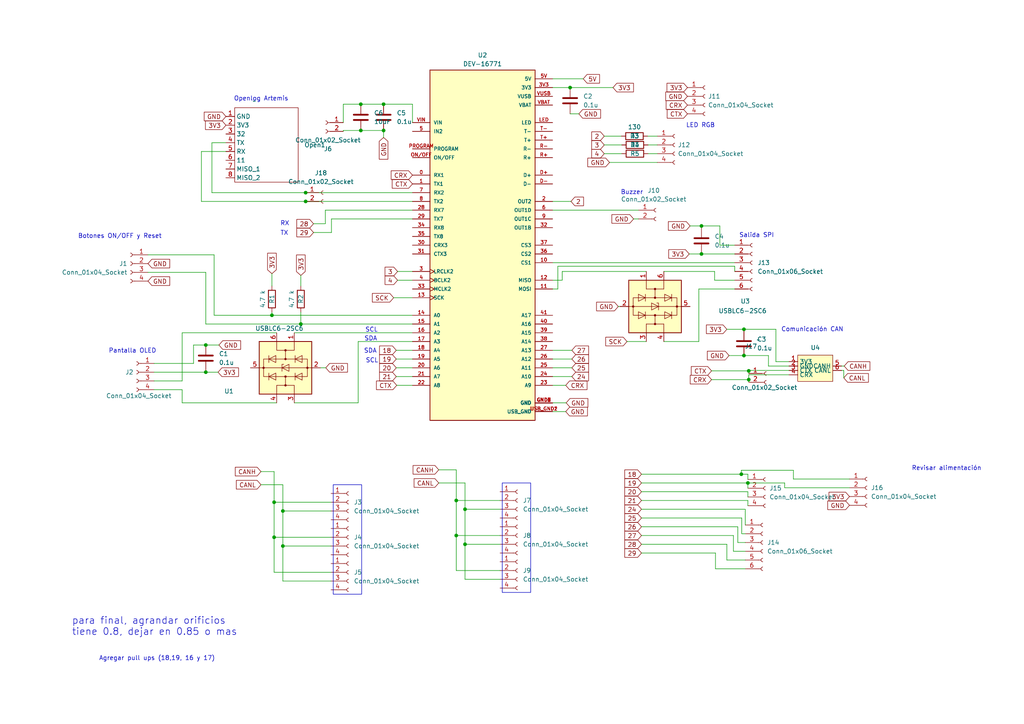
<source format=kicad_sch>
(kicad_sch (version 20230121) (generator eeschema)

  (uuid 65427614-df1d-4689-b041-d9f0c881f278)

  (paper "A4")

  (lib_symbols
    (symbol "Connector:Conn_01x02_Socket" (pin_names (offset 1.016) hide) (in_bom yes) (on_board yes)
      (property "Reference" "J" (at 0 2.54 0)
        (effects (font (size 1.27 1.27)))
      )
      (property "Value" "Conn_01x02_Socket" (at 0 -5.08 0)
        (effects (font (size 1.27 1.27)))
      )
      (property "Footprint" "" (at 0 0 0)
        (effects (font (size 1.27 1.27)) hide)
      )
      (property "Datasheet" "~" (at 0 0 0)
        (effects (font (size 1.27 1.27)) hide)
      )
      (property "ki_locked" "" (at 0 0 0)
        (effects (font (size 1.27 1.27)))
      )
      (property "ki_keywords" "connector" (at 0 0 0)
        (effects (font (size 1.27 1.27)) hide)
      )
      (property "ki_description" "Generic connector, single row, 01x02, script generated" (at 0 0 0)
        (effects (font (size 1.27 1.27)) hide)
      )
      (property "ki_fp_filters" "Connector*:*_1x??_*" (at 0 0 0)
        (effects (font (size 1.27 1.27)) hide)
      )
      (symbol "Conn_01x02_Socket_1_1"
        (arc (start 0 -2.032) (mid -0.5058 -2.54) (end 0 -3.048)
          (stroke (width 0.1524) (type default))
          (fill (type none))
        )
        (polyline
          (pts
            (xy -1.27 -2.54)
            (xy -0.508 -2.54)
          )
          (stroke (width 0.1524) (type default))
          (fill (type none))
        )
        (polyline
          (pts
            (xy -1.27 0)
            (xy -0.508 0)
          )
          (stroke (width 0.1524) (type default))
          (fill (type none))
        )
        (arc (start 0 0.508) (mid -0.5058 0) (end 0 -0.508)
          (stroke (width 0.1524) (type default))
          (fill (type none))
        )
        (pin passive line (at -5.08 0 0) (length 3.81)
          (name "Pin_1" (effects (font (size 1.27 1.27))))
          (number "1" (effects (font (size 1.27 1.27))))
        )
        (pin passive line (at -5.08 -2.54 0) (length 3.81)
          (name "Pin_2" (effects (font (size 1.27 1.27))))
          (number "2" (effects (font (size 1.27 1.27))))
        )
      )
    )
    (symbol "Connector:Conn_01x04_Socket" (pin_names (offset 1.016) hide) (in_bom yes) (on_board yes)
      (property "Reference" "J" (at 0 5.08 0)
        (effects (font (size 1.27 1.27)))
      )
      (property "Value" "Conn_01x04_Socket" (at 0 -7.62 0)
        (effects (font (size 1.27 1.27)))
      )
      (property "Footprint" "" (at 0 0 0)
        (effects (font (size 1.27 1.27)) hide)
      )
      (property "Datasheet" "~" (at 0 0 0)
        (effects (font (size 1.27 1.27)) hide)
      )
      (property "ki_locked" "" (at 0 0 0)
        (effects (font (size 1.27 1.27)))
      )
      (property "ki_keywords" "connector" (at 0 0 0)
        (effects (font (size 1.27 1.27)) hide)
      )
      (property "ki_description" "Generic connector, single row, 01x04, script generated" (at 0 0 0)
        (effects (font (size 1.27 1.27)) hide)
      )
      (property "ki_fp_filters" "Connector*:*_1x??_*" (at 0 0 0)
        (effects (font (size 1.27 1.27)) hide)
      )
      (symbol "Conn_01x04_Socket_1_1"
        (arc (start 0 -4.572) (mid -0.5058 -5.08) (end 0 -5.588)
          (stroke (width 0.1524) (type default))
          (fill (type none))
        )
        (arc (start 0 -2.032) (mid -0.5058 -2.54) (end 0 -3.048)
          (stroke (width 0.1524) (type default))
          (fill (type none))
        )
        (polyline
          (pts
            (xy -1.27 -5.08)
            (xy -0.508 -5.08)
          )
          (stroke (width 0.1524) (type default))
          (fill (type none))
        )
        (polyline
          (pts
            (xy -1.27 -2.54)
            (xy -0.508 -2.54)
          )
          (stroke (width 0.1524) (type default))
          (fill (type none))
        )
        (polyline
          (pts
            (xy -1.27 0)
            (xy -0.508 0)
          )
          (stroke (width 0.1524) (type default))
          (fill (type none))
        )
        (polyline
          (pts
            (xy -1.27 2.54)
            (xy -0.508 2.54)
          )
          (stroke (width 0.1524) (type default))
          (fill (type none))
        )
        (arc (start 0 0.508) (mid -0.5058 0) (end 0 -0.508)
          (stroke (width 0.1524) (type default))
          (fill (type none))
        )
        (arc (start 0 3.048) (mid -0.5058 2.54) (end 0 2.032)
          (stroke (width 0.1524) (type default))
          (fill (type none))
        )
        (pin passive line (at -5.08 2.54 0) (length 3.81)
          (name "Pin_1" (effects (font (size 1.27 1.27))))
          (number "1" (effects (font (size 1.27 1.27))))
        )
        (pin passive line (at -5.08 0 0) (length 3.81)
          (name "Pin_2" (effects (font (size 1.27 1.27))))
          (number "2" (effects (font (size 1.27 1.27))))
        )
        (pin passive line (at -5.08 -2.54 0) (length 3.81)
          (name "Pin_3" (effects (font (size 1.27 1.27))))
          (number "3" (effects (font (size 1.27 1.27))))
        )
        (pin passive line (at -5.08 -5.08 0) (length 3.81)
          (name "Pin_4" (effects (font (size 1.27 1.27))))
          (number "4" (effects (font (size 1.27 1.27))))
        )
      )
    )
    (symbol "Connector:Conn_01x06_Socket" (pin_names (offset 1.016) hide) (in_bom yes) (on_board yes)
      (property "Reference" "J" (at 0 7.62 0)
        (effects (font (size 1.27 1.27)))
      )
      (property "Value" "Conn_01x06_Socket" (at 0 -10.16 0)
        (effects (font (size 1.27 1.27)))
      )
      (property "Footprint" "" (at 0 0 0)
        (effects (font (size 1.27 1.27)) hide)
      )
      (property "Datasheet" "~" (at 0 0 0)
        (effects (font (size 1.27 1.27)) hide)
      )
      (property "ki_locked" "" (at 0 0 0)
        (effects (font (size 1.27 1.27)))
      )
      (property "ki_keywords" "connector" (at 0 0 0)
        (effects (font (size 1.27 1.27)) hide)
      )
      (property "ki_description" "Generic connector, single row, 01x06, script generated" (at 0 0 0)
        (effects (font (size 1.27 1.27)) hide)
      )
      (property "ki_fp_filters" "Connector*:*_1x??_*" (at 0 0 0)
        (effects (font (size 1.27 1.27)) hide)
      )
      (symbol "Conn_01x06_Socket_1_1"
        (arc (start 0 -7.112) (mid -0.5058 -7.62) (end 0 -8.128)
          (stroke (width 0.1524) (type default))
          (fill (type none))
        )
        (arc (start 0 -4.572) (mid -0.5058 -5.08) (end 0 -5.588)
          (stroke (width 0.1524) (type default))
          (fill (type none))
        )
        (arc (start 0 -2.032) (mid -0.5058 -2.54) (end 0 -3.048)
          (stroke (width 0.1524) (type default))
          (fill (type none))
        )
        (polyline
          (pts
            (xy -1.27 -7.62)
            (xy -0.508 -7.62)
          )
          (stroke (width 0.1524) (type default))
          (fill (type none))
        )
        (polyline
          (pts
            (xy -1.27 -5.08)
            (xy -0.508 -5.08)
          )
          (stroke (width 0.1524) (type default))
          (fill (type none))
        )
        (polyline
          (pts
            (xy -1.27 -2.54)
            (xy -0.508 -2.54)
          )
          (stroke (width 0.1524) (type default))
          (fill (type none))
        )
        (polyline
          (pts
            (xy -1.27 0)
            (xy -0.508 0)
          )
          (stroke (width 0.1524) (type default))
          (fill (type none))
        )
        (polyline
          (pts
            (xy -1.27 2.54)
            (xy -0.508 2.54)
          )
          (stroke (width 0.1524) (type default))
          (fill (type none))
        )
        (polyline
          (pts
            (xy -1.27 5.08)
            (xy -0.508 5.08)
          )
          (stroke (width 0.1524) (type default))
          (fill (type none))
        )
        (arc (start 0 0.508) (mid -0.5058 0) (end 0 -0.508)
          (stroke (width 0.1524) (type default))
          (fill (type none))
        )
        (arc (start 0 3.048) (mid -0.5058 2.54) (end 0 2.032)
          (stroke (width 0.1524) (type default))
          (fill (type none))
        )
        (arc (start 0 5.588) (mid -0.5058 5.08) (end 0 4.572)
          (stroke (width 0.1524) (type default))
          (fill (type none))
        )
        (pin passive line (at -5.08 5.08 0) (length 3.81)
          (name "Pin_1" (effects (font (size 1.27 1.27))))
          (number "1" (effects (font (size 1.27 1.27))))
        )
        (pin passive line (at -5.08 2.54 0) (length 3.81)
          (name "Pin_2" (effects (font (size 1.27 1.27))))
          (number "2" (effects (font (size 1.27 1.27))))
        )
        (pin passive line (at -5.08 0 0) (length 3.81)
          (name "Pin_3" (effects (font (size 1.27 1.27))))
          (number "3" (effects (font (size 1.27 1.27))))
        )
        (pin passive line (at -5.08 -2.54 0) (length 3.81)
          (name "Pin_4" (effects (font (size 1.27 1.27))))
          (number "4" (effects (font (size 1.27 1.27))))
        )
        (pin passive line (at -5.08 -5.08 0) (length 3.81)
          (name "Pin_5" (effects (font (size 1.27 1.27))))
          (number "5" (effects (font (size 1.27 1.27))))
        )
        (pin passive line (at -5.08 -7.62 0) (length 3.81)
          (name "Pin_6" (effects (font (size 1.27 1.27))))
          (number "6" (effects (font (size 1.27 1.27))))
        )
      )
    )
    (symbol "Device:C" (pin_numbers hide) (pin_names (offset 0.254)) (in_bom yes) (on_board yes)
      (property "Reference" "C" (at 0.635 2.54 0)
        (effects (font (size 1.27 1.27)) (justify left))
      )
      (property "Value" "C" (at 0.635 -2.54 0)
        (effects (font (size 1.27 1.27)) (justify left))
      )
      (property "Footprint" "" (at 0.9652 -3.81 0)
        (effects (font (size 1.27 1.27)) hide)
      )
      (property "Datasheet" "~" (at 0 0 0)
        (effects (font (size 1.27 1.27)) hide)
      )
      (property "ki_keywords" "cap capacitor" (at 0 0 0)
        (effects (font (size 1.27 1.27)) hide)
      )
      (property "ki_description" "Unpolarized capacitor" (at 0 0 0)
        (effects (font (size 1.27 1.27)) hide)
      )
      (property "ki_fp_filters" "C_*" (at 0 0 0)
        (effects (font (size 1.27 1.27)) hide)
      )
      (symbol "C_0_1"
        (polyline
          (pts
            (xy -2.032 -0.762)
            (xy 2.032 -0.762)
          )
          (stroke (width 0.508) (type default))
          (fill (type none))
        )
        (polyline
          (pts
            (xy -2.032 0.762)
            (xy 2.032 0.762)
          )
          (stroke (width 0.508) (type default))
          (fill (type none))
        )
      )
      (symbol "C_1_1"
        (pin passive line (at 0 3.81 270) (length 2.794)
          (name "~" (effects (font (size 1.27 1.27))))
          (number "1" (effects (font (size 1.27 1.27))))
        )
        (pin passive line (at 0 -3.81 90) (length 2.794)
          (name "~" (effects (font (size 1.27 1.27))))
          (number "2" (effects (font (size 1.27 1.27))))
        )
      )
    )
    (symbol "Device:R" (pin_numbers hide) (pin_names (offset 0)) (in_bom yes) (on_board yes)
      (property "Reference" "R" (at 2.032 0 90)
        (effects (font (size 1.27 1.27)))
      )
      (property "Value" "R" (at 0 0 90)
        (effects (font (size 1.27 1.27)))
      )
      (property "Footprint" "" (at -1.778 0 90)
        (effects (font (size 1.27 1.27)) hide)
      )
      (property "Datasheet" "~" (at 0 0 0)
        (effects (font (size 1.27 1.27)) hide)
      )
      (property "ki_keywords" "R res resistor" (at 0 0 0)
        (effects (font (size 1.27 1.27)) hide)
      )
      (property "ki_description" "Resistor" (at 0 0 0)
        (effects (font (size 1.27 1.27)) hide)
      )
      (property "ki_fp_filters" "R_*" (at 0 0 0)
        (effects (font (size 1.27 1.27)) hide)
      )
      (symbol "R_0_1"
        (rectangle (start -1.016 -2.54) (end 1.016 2.54)
          (stroke (width 0.254) (type default))
          (fill (type none))
        )
      )
      (symbol "R_1_1"
        (pin passive line (at 0 3.81 270) (length 1.27)
          (name "~" (effects (font (size 1.27 1.27))))
          (number "1" (effects (font (size 1.27 1.27))))
        )
        (pin passive line (at 0 -3.81 90) (length 1.27)
          (name "~" (effects (font (size 1.27 1.27))))
          (number "2" (effects (font (size 1.27 1.27))))
        )
      )
    )
    (symbol "Power_Protection:USBLC6-2SC6" (pin_names hide) (in_bom yes) (on_board yes)
      (property "Reference" "U" (at 2.54 8.89 0)
        (effects (font (size 1.27 1.27)) (justify left))
      )
      (property "Value" "USBLC6-2SC6" (at 2.54 -8.89 0)
        (effects (font (size 1.27 1.27)) (justify left))
      )
      (property "Footprint" "Package_TO_SOT_SMD:SOT-23-6" (at 0 -12.7 0)
        (effects (font (size 1.27 1.27)) hide)
      )
      (property "Datasheet" "https://www.st.com/resource/en/datasheet/usblc6-2.pdf" (at 5.08 8.89 0)
        (effects (font (size 1.27 1.27)) hide)
      )
      (property "ki_keywords" "usb ethernet video" (at 0 0 0)
        (effects (font (size 1.27 1.27)) hide)
      )
      (property "ki_description" "Very low capacitance ESD protection diode, 2 data-line, SOT-23-6" (at 0 0 0)
        (effects (font (size 1.27 1.27)) hide)
      )
      (property "ki_fp_filters" "SOT?23*" (at 0 0 0)
        (effects (font (size 1.27 1.27)) hide)
      )
      (symbol "USBLC6-2SC6_0_1"
        (rectangle (start -7.62 -7.62) (end 7.62 7.62)
          (stroke (width 0.254) (type default))
          (fill (type background))
        )
        (circle (center -5.08 0) (radius 0.254)
          (stroke (width 0) (type default))
          (fill (type outline))
        )
        (circle (center -2.54 0) (radius 0.254)
          (stroke (width 0) (type default))
          (fill (type outline))
        )
        (rectangle (start -2.54 6.35) (end 2.54 -6.35)
          (stroke (width 0) (type default))
          (fill (type none))
        )
        (circle (center 0 -6.35) (radius 0.254)
          (stroke (width 0) (type default))
          (fill (type outline))
        )
        (polyline
          (pts
            (xy -5.08 -2.54)
            (xy -7.62 -2.54)
          )
          (stroke (width 0) (type default))
          (fill (type none))
        )
        (polyline
          (pts
            (xy -5.08 0)
            (xy -5.08 -2.54)
          )
          (stroke (width 0) (type default))
          (fill (type none))
        )
        (polyline
          (pts
            (xy -5.08 2.54)
            (xy -7.62 2.54)
          )
          (stroke (width 0) (type default))
          (fill (type none))
        )
        (polyline
          (pts
            (xy -1.524 -2.794)
            (xy -3.556 -2.794)
          )
          (stroke (width 0) (type default))
          (fill (type none))
        )
        (polyline
          (pts
            (xy -1.524 4.826)
            (xy -3.556 4.826)
          )
          (stroke (width 0) (type default))
          (fill (type none))
        )
        (polyline
          (pts
            (xy 0 -7.62)
            (xy 0 -6.35)
          )
          (stroke (width 0) (type default))
          (fill (type none))
        )
        (polyline
          (pts
            (xy 0 -6.35)
            (xy 0 1.27)
          )
          (stroke (width 0) (type default))
          (fill (type none))
        )
        (polyline
          (pts
            (xy 0 1.27)
            (xy 0 6.35)
          )
          (stroke (width 0) (type default))
          (fill (type none))
        )
        (polyline
          (pts
            (xy 0 6.35)
            (xy 0 7.62)
          )
          (stroke (width 0) (type default))
          (fill (type none))
        )
        (polyline
          (pts
            (xy 1.524 -2.794)
            (xy 3.556 -2.794)
          )
          (stroke (width 0) (type default))
          (fill (type none))
        )
        (polyline
          (pts
            (xy 1.524 4.826)
            (xy 3.556 4.826)
          )
          (stroke (width 0) (type default))
          (fill (type none))
        )
        (polyline
          (pts
            (xy 5.08 -2.54)
            (xy 7.62 -2.54)
          )
          (stroke (width 0) (type default))
          (fill (type none))
        )
        (polyline
          (pts
            (xy 5.08 0)
            (xy 5.08 -2.54)
          )
          (stroke (width 0) (type default))
          (fill (type none))
        )
        (polyline
          (pts
            (xy 5.08 2.54)
            (xy 7.62 2.54)
          )
          (stroke (width 0) (type default))
          (fill (type none))
        )
        (polyline
          (pts
            (xy -2.54 0)
            (xy -5.08 0)
            (xy -5.08 2.54)
          )
          (stroke (width 0) (type default))
          (fill (type none))
        )
        (polyline
          (pts
            (xy 2.54 0)
            (xy 5.08 0)
            (xy 5.08 2.54)
          )
          (stroke (width 0) (type default))
          (fill (type none))
        )
        (polyline
          (pts
            (xy -3.556 -4.826)
            (xy -1.524 -4.826)
            (xy -2.54 -2.794)
            (xy -3.556 -4.826)
          )
          (stroke (width 0) (type default))
          (fill (type none))
        )
        (polyline
          (pts
            (xy -3.556 2.794)
            (xy -1.524 2.794)
            (xy -2.54 4.826)
            (xy -3.556 2.794)
          )
          (stroke (width 0) (type default))
          (fill (type none))
        )
        (polyline
          (pts
            (xy -1.016 -1.016)
            (xy 1.016 -1.016)
            (xy 0 1.016)
            (xy -1.016 -1.016)
          )
          (stroke (width 0) (type default))
          (fill (type none))
        )
        (polyline
          (pts
            (xy 1.016 1.016)
            (xy 0.762 1.016)
            (xy -1.016 1.016)
            (xy -1.016 0.508)
          )
          (stroke (width 0) (type default))
          (fill (type none))
        )
        (polyline
          (pts
            (xy 3.556 -4.826)
            (xy 1.524 -4.826)
            (xy 2.54 -2.794)
            (xy 3.556 -4.826)
          )
          (stroke (width 0) (type default))
          (fill (type none))
        )
        (polyline
          (pts
            (xy 3.556 2.794)
            (xy 1.524 2.794)
            (xy 2.54 4.826)
            (xy 3.556 2.794)
          )
          (stroke (width 0) (type default))
          (fill (type none))
        )
        (circle (center 0 6.35) (radius 0.254)
          (stroke (width 0) (type default))
          (fill (type outline))
        )
        (circle (center 2.54 0) (radius 0.254)
          (stroke (width 0) (type default))
          (fill (type outline))
        )
        (circle (center 5.08 0) (radius 0.254)
          (stroke (width 0) (type default))
          (fill (type outline))
        )
      )
      (symbol "USBLC6-2SC6_1_1"
        (pin passive line (at -10.16 -2.54 0) (length 2.54)
          (name "I/O1" (effects (font (size 1.27 1.27))))
          (number "1" (effects (font (size 1.27 1.27))))
        )
        (pin passive line (at 0 -10.16 90) (length 2.54)
          (name "GND" (effects (font (size 1.27 1.27))))
          (number "2" (effects (font (size 1.27 1.27))))
        )
        (pin passive line (at 10.16 -2.54 180) (length 2.54)
          (name "I/O2" (effects (font (size 1.27 1.27))))
          (number "3" (effects (font (size 1.27 1.27))))
        )
        (pin passive line (at 10.16 2.54 180) (length 2.54)
          (name "I/O2" (effects (font (size 1.27 1.27))))
          (number "4" (effects (font (size 1.27 1.27))))
        )
        (pin passive line (at 0 10.16 270) (length 2.54)
          (name "VBUS" (effects (font (size 1.27 1.27))))
          (number "5" (effects (font (size 1.27 1.27))))
        )
        (pin passive line (at -10.16 2.54 0) (length 2.54)
          (name "I/O1" (effects (font (size 1.27 1.27))))
          (number "6" (effects (font (size 1.27 1.27))))
        )
      )
    )
    (symbol "Simboloscreados:ModuloCan" (in_bom yes) (on_board yes)
      (property "Reference" "U" (at 0.635 3.81 0)
        (effects (font (size 1.27 1.27)))
      )
      (property "Value" "" (at -15.875 6.985 0)
        (effects (font (size 1.27 1.27)))
      )
      (property "Footprint" "" (at -15.875 6.985 0)
        (effects (font (size 1.27 1.27)) hide)
      )
      (property "Datasheet" "" (at -15.875 6.985 0)
        (effects (font (size 1.27 1.27)) hide)
      )
      (symbol "ModuloCan_1_1"
        (rectangle (start -4.445 2.54) (end 5.715 -5.08)
          (stroke (width 0) (type default))
          (fill (type background))
        )
        (pin input line (at -6.985 0.635 0) (length 2.54)
          (name "3V3" (effects (font (size 1.27 1.27))))
          (number "1" (effects (font (size 1.27 1.27))))
        )
        (pin input line (at -6.985 -0.635 0) (length 2.54)
          (name "GND" (effects (font (size 1.27 1.27))))
          (number "2" (effects (font (size 1.27 1.27))))
        )
        (pin input line (at -6.985 -1.905 0) (length 2.54)
          (name "CTX" (effects (font (size 1.27 1.27))))
          (number "3" (effects (font (size 1.27 1.27))))
        )
        (pin input line (at -6.985 -3.175 0) (length 2.54)
          (name "CRX" (effects (font (size 1.27 1.27))))
          (number "4" (effects (font (size 1.27 1.27))))
        )
        (pin input line (at 8.255 -0.635 180) (length 2.54)
          (name "CANH" (effects (font (size 1.27 1.27))))
          (number "5" (effects (font (size 1.27 1.27))))
        )
        (pin input line (at 8.255 -1.905 180) (length 2.54)
          (name "CANL" (effects (font (size 1.27 1.27))))
          (number "6" (effects (font (size 1.27 1.27))))
        )
      )
    )
    (symbol "Simboloscreados:Openlog_Artemis" (in_bom yes) (on_board yes)
      (property "Reference" "Open" (at 0 0 0)
        (effects (font (size 1.27 1.27)))
      )
      (property "Value" "" (at 0 0 0)
        (effects (font (size 1.27 1.27)))
      )
      (property "Footprint" "" (at 0 0 0)
        (effects (font (size 1.27 1.27)) hide)
      )
      (property "Datasheet" "" (at 0 0 0)
        (effects (font (size 1.27 1.27)) hide)
      )
      (symbol "Openlog_Artemis_0_1"
        (rectangle (start -5.715 -1.905) (end 12.7 -23.495)
          (stroke (width 0) (type default))
          (fill (type none))
        )
      )
      (symbol "Openlog_Artemis_1_1"
        (pin input line (at -8.255 -4.445 0) (length 2.54)
          (name "GND" (effects (font (size 1.27 1.27))))
          (number "1" (effects (font (size 1.27 1.27))))
        )
        (pin input line (at -8.255 -6.985 0) (length 2.54)
          (name "3V3" (effects (font (size 1.27 1.27))))
          (number "2" (effects (font (size 1.27 1.27))))
        )
        (pin input line (at -8.255 -9.525 0) (length 2.54)
          (name "32" (effects (font (size 1.27 1.27))))
          (number "3" (effects (font (size 1.27 1.27))))
        )
        (pin input line (at -8.255 -12.065 0) (length 2.54)
          (name "TX" (effects (font (size 1.27 1.27))))
          (number "4" (effects (font (size 1.27 1.27))))
        )
        (pin input line (at -8.255 -14.605 0) (length 2.54)
          (name "RX" (effects (font (size 1.27 1.27))))
          (number "5" (effects (font (size 1.27 1.27))))
        )
        (pin input line (at -8.255 -17.145 0) (length 2.54)
          (name "11" (effects (font (size 1.27 1.27))))
          (number "6" (effects (font (size 1.27 1.27))))
        )
        (pin input line (at -8.255 -19.685 0) (length 2.54)
          (name "MISO_1" (effects (font (size 1.27 1.27))))
          (number "7" (effects (font (size 1.27 1.27))))
        )
        (pin input line (at -8.255 -22.225 0) (length 2.54)
          (name "MISO_2" (effects (font (size 1.27 1.27))))
          (number "8" (effects (font (size 1.27 1.27))))
        )
      )
    )
    (symbol "Teensy_4.1_DEV-16771:DEV-16771" (pin_names (offset 1.016)) (in_bom yes) (on_board yes)
      (property "Reference" "U1" (at 0 55.118 0)
        (effects (font (size 1.27 1.27)))
      )
      (property "Value" "DEV-16771" (at 0 52.578 0)
        (effects (font (size 1.27 1.27)))
      )
      (property "Footprint" "Teensy_4.1_Huella:MODULE_DEV-16771" (at 0 0 0)
        (effects (font (size 1.27 1.27)) (justify bottom) hide)
      )
      (property "Datasheet" "" (at 0 0 0)
        (effects (font (size 1.27 1.27)) hide)
      )
      (property "MAXIMUM_PACKAGE_HEIGHT" "4.07mm" (at 0 0 0)
        (effects (font (size 1.27 1.27)) (justify bottom) hide)
      )
      (property "MF" "SparkFun Electronics" (at 0 0 0)
        (effects (font (size 1.27 1.27)) (justify bottom) hide)
      )
      (property "Package" "None" (at 0 0 0)
        (effects (font (size 1.27 1.27)) (justify bottom) hide)
      )
      (property "Price" "None" (at 0 0 0)
        (effects (font (size 1.27 1.27)) (justify bottom) hide)
      )
      (property "Check_prices" "https://www.snapeda.com/parts/DEV-16771/SparkFun/view-part/?ref=eda" (at 0 0 0)
        (effects (font (size 1.27 1.27)) (justify bottom) hide)
      )
      (property "STANDARD" "Manufacturer recommendations" (at 0 0 0)
        (effects (font (size 1.27 1.27)) (justify bottom) hide)
      )
      (property "PARTREV" "4.1" (at 0 0 0)
        (effects (font (size 1.27 1.27)) (justify bottom) hide)
      )
      (property "SnapEDA_Link" "https://www.snapeda.com/parts/DEV-16771/SparkFun/view-part/?ref=snap" (at 0 0 0)
        (effects (font (size 1.27 1.27)) (justify bottom) hide)
      )
      (property "MP" "DEV-16771" (at 0 0 0)
        (effects (font (size 1.27 1.27)) (justify bottom) hide)
      )
      (property "Description" "\n                        \n                            RT1062 Teensy 4.1 series ARM® Cortex®-M7 MPU Embedded Evaluation Board\n                        \n" (at 0 0 0)
        (effects (font (size 1.27 1.27)) (justify bottom) hide)
      )
      (property "Availability" "In Stock" (at 0 0 0)
        (effects (font (size 1.27 1.27)) (justify bottom) hide)
      )
      (property "MANUFACTURER" "SparkFun Electronics" (at 0 0 0)
        (effects (font (size 1.27 1.27)) (justify bottom) hide)
      )
      (symbol "DEV-16771_0_0"
        (rectangle (start -15.24 50.8) (end 15.24 -50.8)
          (stroke (width 0.254) (type default))
          (fill (type background))
        )
        (pin bidirectional line (at -20.32 20.32 0) (length 5.08)
          (name "RX1" (effects (font (size 1.016 1.016))))
          (number "0" (effects (font (size 1.016 1.016))))
        )
        (pin bidirectional line (at -20.32 17.78 0) (length 5.08)
          (name "TX1" (effects (font (size 1.016 1.016))))
          (number "1" (effects (font (size 1.016 1.016))))
        )
        (pin bidirectional line (at 20.32 -5.08 180) (length 5.08)
          (name "CS1" (effects (font (size 1.016 1.016))))
          (number "10" (effects (font (size 1.016 1.016))))
        )
        (pin bidirectional line (at 20.32 -12.7 180) (length 5.08)
          (name "MOSI" (effects (font (size 1.016 1.016))))
          (number "11" (effects (font (size 1.016 1.016))))
        )
        (pin bidirectional line (at 20.32 -10.16 180) (length 5.08)
          (name "MISO" (effects (font (size 1.016 1.016))))
          (number "12" (effects (font (size 1.016 1.016))))
        )
        (pin bidirectional clock (at -20.32 -15.24 0) (length 5.08)
          (name "SCK" (effects (font (size 1.016 1.016))))
          (number "13" (effects (font (size 1.016 1.016))))
        )
        (pin bidirectional line (at -20.32 -20.32 0) (length 5.08)
          (name "A0" (effects (font (size 1.016 1.016))))
          (number "14" (effects (font (size 1.016 1.016))))
        )
        (pin bidirectional line (at -20.32 -22.86 0) (length 5.08)
          (name "A1" (effects (font (size 1.016 1.016))))
          (number "15" (effects (font (size 1.016 1.016))))
        )
        (pin bidirectional line (at -20.32 -25.4 0) (length 5.08)
          (name "A2" (effects (font (size 1.016 1.016))))
          (number "16" (effects (font (size 1.016 1.016))))
        )
        (pin bidirectional line (at -20.32 -27.94 0) (length 5.08)
          (name "A3" (effects (font (size 1.016 1.016))))
          (number "17" (effects (font (size 1.016 1.016))))
        )
        (pin bidirectional line (at -20.32 -30.48 0) (length 5.08)
          (name "A4" (effects (font (size 1.016 1.016))))
          (number "18" (effects (font (size 1.016 1.016))))
        )
        (pin bidirectional line (at -20.32 -33.02 0) (length 5.08)
          (name "A5" (effects (font (size 1.016 1.016))))
          (number "19" (effects (font (size 1.016 1.016))))
        )
        (pin output line (at 20.32 12.7 180) (length 5.08)
          (name "OUT2" (effects (font (size 1.016 1.016))))
          (number "2" (effects (font (size 1.016 1.016))))
        )
        (pin bidirectional line (at -20.32 -35.56 0) (length 5.08)
          (name "A6" (effects (font (size 1.016 1.016))))
          (number "20" (effects (font (size 1.016 1.016))))
        )
        (pin bidirectional line (at -20.32 -38.1 0) (length 5.08)
          (name "A7" (effects (font (size 1.016 1.016))))
          (number "21" (effects (font (size 1.016 1.016))))
        )
        (pin bidirectional line (at -20.32 -40.64 0) (length 5.08)
          (name "A8" (effects (font (size 1.016 1.016))))
          (number "22" (effects (font (size 1.016 1.016))))
        )
        (pin bidirectional line (at 20.32 -40.64 180) (length 5.08)
          (name "A9" (effects (font (size 1.016 1.016))))
          (number "23" (effects (font (size 1.016 1.016))))
        )
        (pin bidirectional line (at 20.32 -38.1 180) (length 5.08)
          (name "A10" (effects (font (size 1.016 1.016))))
          (number "24" (effects (font (size 1.016 1.016))))
        )
        (pin bidirectional line (at 20.32 -35.56 180) (length 5.08)
          (name "A11" (effects (font (size 1.016 1.016))))
          (number "25" (effects (font (size 1.016 1.016))))
        )
        (pin bidirectional line (at 20.32 -33.02 180) (length 5.08)
          (name "A12" (effects (font (size 1.016 1.016))))
          (number "26" (effects (font (size 1.016 1.016))))
        )
        (pin bidirectional line (at 20.32 -30.48 180) (length 5.08)
          (name "A13" (effects (font (size 1.016 1.016))))
          (number "27" (effects (font (size 1.016 1.016))))
        )
        (pin bidirectional line (at -20.32 10.16 0) (length 5.08)
          (name "RX7" (effects (font (size 1.016 1.016))))
          (number "28" (effects (font (size 1.016 1.016))))
        )
        (pin bidirectional line (at -20.32 7.62 0) (length 5.08)
          (name "TX7" (effects (font (size 1.016 1.016))))
          (number "29" (effects (font (size 1.016 1.016))))
        )
        (pin bidirectional clock (at -20.32 -7.62 0) (length 5.08)
          (name "LRCLK2" (effects (font (size 1.016 1.016))))
          (number "3" (effects (font (size 1.016 1.016))))
        )
        (pin bidirectional line (at -20.32 0 0) (length 5.08)
          (name "CRX3" (effects (font (size 1.016 1.016))))
          (number "30" (effects (font (size 1.016 1.016))))
        )
        (pin bidirectional line (at -20.32 -2.54 0) (length 5.08)
          (name "CTX3" (effects (font (size 1.016 1.016))))
          (number "31" (effects (font (size 1.016 1.016))))
        )
        (pin output line (at 20.32 5.08 180) (length 5.08)
          (name "OUT1B" (effects (font (size 1.016 1.016))))
          (number "32" (effects (font (size 1.016 1.016))))
        )
        (pin bidirectional clock (at -20.32 -12.7 0) (length 5.08)
          (name "MCLK2" (effects (font (size 1.016 1.016))))
          (number "33" (effects (font (size 1.016 1.016))))
        )
        (pin bidirectional line (at -20.32 5.08 0) (length 5.08)
          (name "RX8" (effects (font (size 1.016 1.016))))
          (number "34" (effects (font (size 1.016 1.016))))
        )
        (pin bidirectional line (at -20.32 2.54 0) (length 5.08)
          (name "TX8" (effects (font (size 1.016 1.016))))
          (number "35" (effects (font (size 1.016 1.016))))
        )
        (pin bidirectional line (at 20.32 -2.54 180) (length 5.08)
          (name "CS2" (effects (font (size 1.016 1.016))))
          (number "36" (effects (font (size 1.016 1.016))))
        )
        (pin bidirectional line (at 20.32 0 180) (length 5.08)
          (name "CS3" (effects (font (size 1.016 1.016))))
          (number "37" (effects (font (size 1.016 1.016))))
        )
        (pin bidirectional line (at 20.32 -27.94 180) (length 5.08)
          (name "A14" (effects (font (size 1.016 1.016))))
          (number "38" (effects (font (size 1.016 1.016))))
        )
        (pin bidirectional line (at 20.32 -25.4 180) (length 5.08)
          (name "A15" (effects (font (size 1.016 1.016))))
          (number "39" (effects (font (size 1.016 1.016))))
        )
        (pin bidirectional clock (at -20.32 -10.16 0) (length 5.08)
          (name "BCLK2" (effects (font (size 1.016 1.016))))
          (number "4" (effects (font (size 1.016 1.016))))
        )
        (pin bidirectional line (at 20.32 -22.86 180) (length 5.08)
          (name "A16" (effects (font (size 1.016 1.016))))
          (number "40" (effects (font (size 1.016 1.016))))
        )
        (pin bidirectional line (at 20.32 -20.32 180) (length 5.08)
          (name "A17" (effects (font (size 1.016 1.016))))
          (number "41" (effects (font (size 1.016 1.016))))
        )
        (pin bidirectional line (at -20.32 33.02 0) (length 5.08)
          (name "IN2" (effects (font (size 1.016 1.016))))
          (number "5" (effects (font (size 1.016 1.016))))
        )
        (pin power_in line (at 20.32 48.26 180) (length 5.08)
          (name "5V" (effects (font (size 1.016 1.016))))
          (number "5V" (effects (font (size 1.016 1.016))))
        )
        (pin output line (at 20.32 10.16 180) (length 5.08)
          (name "OUT1D" (effects (font (size 1.016 1.016))))
          (number "6" (effects (font (size 1.016 1.016))))
        )
        (pin bidirectional line (at -20.32 15.24 0) (length 5.08)
          (name "RX2" (effects (font (size 1.016 1.016))))
          (number "7" (effects (font (size 1.016 1.016))))
        )
        (pin bidirectional line (at -20.32 12.7 0) (length 5.08)
          (name "TX2" (effects (font (size 1.016 1.016))))
          (number "8" (effects (font (size 1.016 1.016))))
        )
        (pin output line (at 20.32 7.62 180) (length 5.08)
          (name "OUT1C" (effects (font (size 1.016 1.016))))
          (number "9" (effects (font (size 1.016 1.016))))
        )
        (pin bidirectional line (at 20.32 20.32 180) (length 5.08)
          (name "D+" (effects (font (size 1.016 1.016))))
          (number "D+" (effects (font (size 1.016 1.016))))
        )
        (pin bidirectional line (at 20.32 17.78 180) (length 5.08)
          (name "D-" (effects (font (size 1.016 1.016))))
          (number "D-" (effects (font (size 1.016 1.016))))
        )
        (pin power_in line (at 20.32 -45.72 180) (length 5.08)
          (name "GND" (effects (font (size 1.016 1.016))))
          (number "GND1" (effects (font (size 1.016 1.016))))
        )
        (pin power_in line (at 20.32 -45.72 180) (length 5.08)
          (name "GND" (effects (font (size 1.016 1.016))))
          (number "GND2" (effects (font (size 1.016 1.016))))
        )
        (pin power_in line (at 20.32 -45.72 180) (length 5.08)
          (name "GND" (effects (font (size 1.016 1.016))))
          (number "GND3" (effects (font (size 1.016 1.016))))
        )
        (pin power_in line (at 20.32 -45.72 180) (length 5.08)
          (name "GND" (effects (font (size 1.016 1.016))))
          (number "GND4" (effects (font (size 1.016 1.016))))
        )
        (pin power_in line (at 20.32 -45.72 180) (length 5.08)
          (name "GND" (effects (font (size 1.016 1.016))))
          (number "GND5" (effects (font (size 1.016 1.016))))
        )
        (pin bidirectional line (at 20.32 35.56 180) (length 5.08)
          (name "LED" (effects (font (size 1.016 1.016))))
          (number "LED" (effects (font (size 1.016 1.016))))
        )
        (pin bidirectional line (at -20.32 25.4 0) (length 5.08)
          (name "ON/OFF" (effects (font (size 1.016 1.016))))
          (number "ON/OFF" (effects (font (size 1.016 1.016))))
        )
        (pin bidirectional line (at -20.32 27.94 0) (length 5.08)
          (name "PROGRAM" (effects (font (size 1.016 1.016))))
          (number "PROGRAM" (effects (font (size 1.016 1.016))))
        )
        (pin bidirectional line (at 20.32 25.4 180) (length 5.08)
          (name "R+" (effects (font (size 1.016 1.016))))
          (number "R+" (effects (font (size 1.016 1.016))))
        )
        (pin bidirectional line (at 20.32 27.94 180) (length 5.08)
          (name "R-" (effects (font (size 1.016 1.016))))
          (number "R-" (effects (font (size 1.016 1.016))))
        )
        (pin bidirectional line (at 20.32 30.48 180) (length 5.08)
          (name "T+" (effects (font (size 1.016 1.016))))
          (number "T+" (effects (font (size 1.016 1.016))))
        )
        (pin bidirectional line (at 20.32 33.02 180) (length 5.08)
          (name "T-" (effects (font (size 1.016 1.016))))
          (number "T-" (effects (font (size 1.016 1.016))))
        )
        (pin power_in line (at 20.32 -48.26 180) (length 5.08)
          (name "USB_GND" (effects (font (size 1.016 1.016))))
          (number "USB_GND1" (effects (font (size 1.016 1.016))))
        )
        (pin power_in line (at 20.32 -48.26 180) (length 5.08)
          (name "USB_GND" (effects (font (size 1.016 1.016))))
          (number "USB_GND2" (effects (font (size 1.016 1.016))))
        )
        (pin passive line (at 20.32 40.64 180) (length 5.08)
          (name "VBAT" (effects (font (size 1.016 1.016))))
          (number "VBAT" (effects (font (size 1.016 1.016))))
        )
        (pin input line (at -20.32 35.56 0) (length 5.08)
          (name "VIN" (effects (font (size 1.016 1.016))))
          (number "VIN" (effects (font (size 1.016 1.016))))
        )
        (pin passive line (at 20.32 43.18 180) (length 5.08)
          (name "VUSB" (effects (font (size 1.016 1.016))))
          (number "VUSB" (effects (font (size 1.016 1.016))))
        )
      )
      (symbol "DEV-16771_1_0"
        (pin power_in line (at 20.32 45.72 180) (length 5.08)
          (name "3V3" (effects (font (size 1.016 1.016))))
          (number "3V3" (effects (font (size 1.016 1.016))))
        )
      )
    )
  )

  (junction (at 132.334 155.321) (diameter 0) (color 0 0 0 0)
    (uuid 0ce6befe-93a4-4111-935b-5157134e0760)
  )
  (junction (at 134.874 147.701) (diameter 0) (color 0 0 0 0)
    (uuid 13214df7-a552-4a07-ab3e-a6208449ea8a)
  )
  (junction (at 104.648 37.846) (diameter 0) (color 0 0 0 0)
    (uuid 368aeeb8-0acd-4cf6-9808-02c8f93fb329)
  )
  (junction (at 79.502 155.829) (diameter 0) (color 0 0 0 0)
    (uuid 45132af5-6006-4441-af0b-d98f5d6184b1)
  )
  (junction (at 216.916 140.081) (diameter 0) (color 0 0 0 0)
    (uuid 4716f84f-f362-449b-9f6d-560c15d221fd)
  )
  (junction (at 165.354 25.4) (diameter 0) (color 0 0 0 0)
    (uuid 5f7c2c06-fbb5-4ef8-bc82-cbb8b1685fbc)
  )
  (junction (at 111.252 30.226) (diameter 0) (color 0 0 0 0)
    (uuid 5f8061e1-3547-498d-90c8-b14db8960684)
  )
  (junction (at 87.249 93.98) (diameter 0) (color 0 0 0 0)
    (uuid 69b685cf-b264-4826-9edc-27f5c74c0342)
  )
  (junction (at 134.874 157.861) (diameter 0) (color 0 0 0 0)
    (uuid 7433b8d3-f739-416d-9563-73e239552cd3)
  )
  (junction (at 215.011 137.541) (diameter 0) (color 0 0 0 0)
    (uuid 75102b39-14be-4e44-bbef-f6dbefc42e4e)
  )
  (junction (at 203.454 65.532) (diameter 0) (color 0 0 0 0)
    (uuid 76958a9e-7cfd-4604-b779-52bc897f5d12)
  )
  (junction (at 215.773 95.504) (diameter 0) (color 0 0 0 0)
    (uuid 806b7849-1dcb-4c3d-b690-c96731426603)
  )
  (junction (at 88.646 55.88) (diameter 0) (color 0 0 0 0)
    (uuid 84f0c261-6003-4b99-8788-240ba206ba2a)
  )
  (junction (at 203.454 73.66) (diameter 0) (color 0 0 0 0)
    (uuid 95730570-9514-4b7e-9d5b-5dad1c194d7e)
  )
  (junction (at 132.334 145.161) (diameter 0) (color 0 0 0 0)
    (uuid 97a3a10c-b4b4-4a52-bb76-c3fadd1529b1)
  )
  (junction (at 217.17 110.109) (diameter 0) (color 0 0 0 0)
    (uuid 989381e1-ba51-4d82-aae7-12d8531fd724)
  )
  (junction (at 88.646 58.42) (diameter 0) (color 0 0 0 0)
    (uuid 9c58aad7-91d2-4924-8226-be6f2b5355ed)
  )
  (junction (at 82.042 148.209) (diameter 0) (color 0 0 0 0)
    (uuid b0259295-8241-42bc-a671-b6d53c772a25)
  )
  (junction (at 82.042 158.369) (diameter 0) (color 0 0 0 0)
    (uuid b02a6610-9c2c-4f74-b651-b0aa629502d6)
  )
  (junction (at 59.69 100.076) (diameter 0) (color 0 0 0 0)
    (uuid b030ead0-86d7-4791-acd2-ef0ca34f1c2f)
  )
  (junction (at 217.17 107.569) (diameter 0) (color 0 0 0 0)
    (uuid b3740b57-f426-4641-88da-74791ad93a68)
  )
  (junction (at 215.773 103.124) (diameter 0) (color 0 0 0 0)
    (uuid c6925241-4c31-452d-9ce8-28513f2ba443)
  )
  (junction (at 79.502 145.669) (diameter 0) (color 0 0 0 0)
    (uuid d1b0302f-c607-4297-8bcb-9ddfd938d5cf)
  )
  (junction (at 59.69 107.95) (diameter 0) (color 0 0 0 0)
    (uuid d5c28e2c-3b5d-439a-a8ae-c0fdfc1c26b4)
  )
  (junction (at 78.867 91.44) (diameter 0) (color 0 0 0 0)
    (uuid e4052413-0910-4c61-9b29-d208dc01947e)
  )
  (junction (at 104.648 30.226) (diameter 0) (color 0 0 0 0)
    (uuid e9860d1d-9ac0-44f1-b5c6-b18766ff2983)
  )
  (junction (at 111.252 37.846) (diameter 0) (color 0 0 0 0)
    (uuid f70f0cc5-a7e3-4dca-9a50-f4c29335d361)
  )

  (wire (pts (xy 215.011 136.398) (xy 215.011 137.541))
    (stroke (width 0) (type default))
    (uuid 004b30c9-8877-4f04-9d54-5a8fcd204479)
  )
  (wire (pts (xy 210.82 157.861) (xy 210.82 162.433))
    (stroke (width 0) (type default))
    (uuid 02d0f5fd-ae6f-420a-bf64-2c6160603370)
  )
  (wire (pts (xy 207.264 81.28) (xy 213.106 81.28))
    (stroke (width 0) (type default))
    (uuid 048296b0-c578-4165-8aab-155488985a91)
  )
  (wire (pts (xy 88.646 55.88) (xy 61.468 55.88))
    (stroke (width 0) (type default))
    (uuid 04efdc1e-901e-47c9-9a5c-52c6927c4b0b)
  )
  (wire (pts (xy 119.634 30.226) (xy 119.634 35.56))
    (stroke (width 0) (type default))
    (uuid 05a87f45-29c0-4622-a6b6-22e631d1ca59)
  )
  (wire (pts (xy 164.211 116.84) (xy 160.274 116.84))
    (stroke (width 0) (type default))
    (uuid 0af06de5-c9cc-4cd5-b4a1-3d2b5db98a7e)
  )
  (wire (pts (xy 246.38 138.938) (xy 230.124 138.938))
    (stroke (width 0) (type default))
    (uuid 0dfe5ed1-672c-41ad-ba20-07a7e10d353e)
  )
  (wire (pts (xy 192.532 78.74) (xy 207.264 78.74))
    (stroke (width 0) (type default))
    (uuid 0e7705a8-9318-4a7c-bdb4-a1c9b9f2ca5a)
  )
  (wire (pts (xy 59.69 100.076) (xy 63.5 100.076))
    (stroke (width 0) (type default))
    (uuid 0f27303c-9503-416d-841b-5ca1fe035b31)
  )
  (wire (pts (xy 181.864 99.06) (xy 187.452 99.06))
    (stroke (width 0) (type default))
    (uuid 0fe92e92-8667-49b4-83e0-700b86ce2b07)
  )
  (wire (pts (xy 78.867 79.375) (xy 78.867 82.931))
    (stroke (width 0) (type default))
    (uuid 1022a1b3-3f84-4f73-9130-1b2ddcac8ac6)
  )
  (wire (pts (xy 160.274 25.4) (xy 165.354 25.4))
    (stroke (width 0) (type default))
    (uuid 10663c50-dfc8-410c-a4d9-3e0f0620c30c)
  )
  (wire (pts (xy 96.012 165.989) (xy 79.502 165.989))
    (stroke (width 0) (type default))
    (uuid 10f03679-9235-43bf-ba30-feeee6445a68)
  )
  (wire (pts (xy 52.832 113.03) (xy 52.832 116.84))
    (stroke (width 0) (type default))
    (uuid 110454c2-fa4b-4988-9585-4790104962f0)
  )
  (wire (pts (xy 134.874 168.021) (xy 134.874 157.861))
    (stroke (width 0) (type default))
    (uuid 15b54627-34aa-48e1-83e9-f55588d9f2bc)
  )
  (wire (pts (xy 78.867 90.551) (xy 78.867 91.44))
    (stroke (width 0) (type default))
    (uuid 1694cd7a-4284-4665-86b5-14b979992132)
  )
  (wire (pts (xy 96.012 155.829) (xy 79.502 155.829))
    (stroke (width 0) (type default))
    (uuid 17c7c7ac-2b7a-4270-b2a9-bdea6f378213)
  )
  (wire (pts (xy 163.068 78.74) (xy 163.068 81.28))
    (stroke (width 0) (type default))
    (uuid 1879f236-4bf7-436a-950c-807e91121e6e)
  )
  (wire (pts (xy 145.034 165.481) (xy 132.334 165.481))
    (stroke (width 0) (type default))
    (uuid 19bb4386-dc4f-4293-badd-ec821add0bcf)
  )
  (wire (pts (xy 217.17 107.442) (xy 217.17 107.569))
    (stroke (width 0) (type default))
    (uuid 19c00697-1e31-4a55-96a8-4d804a2d27da)
  )
  (wire (pts (xy 87.249 93.98) (xy 59.69 93.98))
    (stroke (width 0) (type default))
    (uuid 1a52e2e9-b3ea-4d1f-b645-b23976d6b1d0)
  )
  (wire (pts (xy 44.704 110.49) (xy 52.832 110.49))
    (stroke (width 0) (type default))
    (uuid 1cd83ac0-9076-42ff-b8e1-0d81426df7ad)
  )
  (wire (pts (xy 216.916 145.161) (xy 216.916 146.685))
    (stroke (width 0) (type default))
    (uuid 1d97702e-7b5a-46d1-b308-3bd5fb404d59)
  )
  (wire (pts (xy 227.584 141.478) (xy 227.584 140.081))
    (stroke (width 0) (type default))
    (uuid 1f6af366-858d-4ac0-9ae9-7f51e1a95bd7)
  )
  (wire (pts (xy 246.38 141.478) (xy 227.584 141.478))
    (stroke (width 0) (type default))
    (uuid 2032a7a2-2b0c-49ef-95cd-2235dc4e86ef)
  )
  (wire (pts (xy 114.173 86.36) (xy 119.634 86.36))
    (stroke (width 0) (type default))
    (uuid 20cf92e1-06a9-4fe5-a7a6-6658a2681b87)
  )
  (wire (pts (xy 103.886 99.06) (xy 119.634 99.06))
    (stroke (width 0) (type default))
    (uuid 2122b201-48ee-434c-abea-a2b18105d59f)
  )
  (wire (pts (xy 199.898 73.66) (xy 203.454 73.66))
    (stroke (width 0) (type default))
    (uuid 225438f8-eaf6-4863-a12a-69e6649fb45b)
  )
  (wire (pts (xy 42.926 78.994) (xy 59.69 78.994))
    (stroke (width 0) (type default))
    (uuid 24236d1b-6dd2-4a74-b5dd-54781047a374)
  )
  (wire (pts (xy 134.874 157.861) (xy 134.874 147.701))
    (stroke (width 0) (type default))
    (uuid 25fa9132-8980-4b70-942d-e54f5673d64e)
  )
  (wire (pts (xy 207.264 78.74) (xy 207.264 81.28))
    (stroke (width 0) (type default))
    (uuid 27264ab5-0201-4714-b2a0-e97978cea33a)
  )
  (wire (pts (xy 203.454 66.04) (xy 203.454 65.532))
    (stroke (width 0) (type default))
    (uuid 27469eaf-b7b6-405b-b7b9-1fbcb0027a42)
  )
  (wire (pts (xy 94.361 64.897) (xy 94.361 60.96))
    (stroke (width 0) (type default))
    (uuid 2758dba4-158f-4a0c-a64d-e5bcdb09584e)
  )
  (wire (pts (xy 192.532 99.06) (xy 202.692 99.06))
    (stroke (width 0) (type default))
    (uuid 27ef86a2-9bd1-40ee-9680-2948133b1e8d)
  )
  (wire (pts (xy 119.634 58.42) (xy 88.646 58.42))
    (stroke (width 0) (type default))
    (uuid 28ff9386-0559-4269-ac54-041e5826bc72)
  )
  (wire (pts (xy 244.094 106.172) (xy 244.856 106.172))
    (stroke (width 0) (type default))
    (uuid 2b517d0a-c75d-442c-80f1-403641c9ab95)
  )
  (wire (pts (xy 230.124 136.398) (xy 215.011 136.398))
    (stroke (width 0) (type default))
    (uuid 2fedb222-8003-4f83-8fac-f2ec4aefb2a8)
  )
  (wire (pts (xy 94.488 106.68) (xy 92.964 106.68))
    (stroke (width 0) (type default))
    (uuid 338ab81c-2faf-4323-80e6-cd0e89394752)
  )
  (wire (pts (xy 200.152 65.532) (xy 203.454 65.532))
    (stroke (width 0) (type default))
    (uuid 3490773b-b271-49db-aca9-ca2ffe74b89b)
  )
  (wire (pts (xy 58.42 58.42) (xy 58.42 43.942))
    (stroke (width 0) (type default))
    (uuid 3532f04b-e53f-4990-a9b4-074a9082e9e5)
  )
  (wire (pts (xy 228.854 107.442) (xy 217.17 107.442))
    (stroke (width 0) (type default))
    (uuid 363217e5-41c6-4001-bc00-f71a523d6697)
  )
  (wire (pts (xy 164.084 119.38) (xy 160.274 119.38))
    (stroke (width 0) (type default))
    (uuid 363d76e9-ef21-46af-8110-3d2d3d76b683)
  )
  (wire (pts (xy 244.729 107.442) (xy 244.094 107.442))
    (stroke (width 0) (type default))
    (uuid 378f3c67-a211-43c3-8ec2-b58e6f786985)
  )
  (wire (pts (xy 215.773 103.505) (xy 215.773 103.124))
    (stroke (width 0) (type default))
    (uuid 3a2095ea-9f44-4e57-9251-bda2aca4b97b)
  )
  (wire (pts (xy 208.788 65.532) (xy 208.788 71.12))
    (stroke (width 0) (type default))
    (uuid 3a410c4e-ef09-4233-8377-12834f389bc1)
  )
  (wire (pts (xy 114.935 106.68) (xy 119.634 106.68))
    (stroke (width 0) (type default))
    (uuid 3e1d3fc3-59f5-439c-9542-45710df76b74)
  )
  (wire (pts (xy 216.916 140.081) (xy 216.916 141.605))
    (stroke (width 0) (type default))
    (uuid 3e6c8fec-30f5-44ad-a3f8-834f8628564a)
  )
  (wire (pts (xy 59.69 107.95) (xy 63.246 107.95))
    (stroke (width 0) (type default))
    (uuid 3f016220-c063-432c-8760-a45e23ec165d)
  )
  (wire (pts (xy 99.568 30.226) (xy 104.648 30.226))
    (stroke (width 0) (type default))
    (uuid 3fdd5fd0-5a15-40f0-b313-6c744172db38)
  )
  (wire (pts (xy 213.106 77.216) (xy 213.106 78.74))
    (stroke (width 0) (type default))
    (uuid 42689e72-c13f-4097-a08b-531ba415d125)
  )
  (wire (pts (xy 104.648 37.846) (xy 111.252 37.846))
    (stroke (width 0) (type default))
    (uuid 42e526f3-1271-4202-9dbb-c2f07d0c656e)
  )
  (wire (pts (xy 227.584 140.081) (xy 216.916 140.081))
    (stroke (width 0) (type default))
    (uuid 4453dd59-460f-4568-9d2c-2ddc203ab278)
  )
  (wire (pts (xy 222.885 103.124) (xy 222.885 106.172))
    (stroke (width 0) (type default))
    (uuid 498a22af-9df0-4a5e-b6b0-3b5e4313aaec)
  )
  (wire (pts (xy 132.334 136.271) (xy 132.334 145.161))
    (stroke (width 0) (type default))
    (uuid 49c6f4d8-ac16-4238-8dc1-763aadfae687)
  )
  (wire (pts (xy 62.103 91.44) (xy 62.103 73.914))
    (stroke (width 0) (type default))
    (uuid 4a208b7b-feb9-48ea-8f5b-bbd90e6b69cd)
  )
  (wire (pts (xy 58.42 43.942) (xy 65.532 43.942))
    (stroke (width 0) (type default))
    (uuid 4a95bce3-f89f-48b1-8db1-fc16b327a4cb)
  )
  (wire (pts (xy 213.995 152.781) (xy 213.995 157.353))
    (stroke (width 0) (type default))
    (uuid 4b8c8e20-e3c9-4bc8-bf30-9ffdea353e81)
  )
  (wire (pts (xy 216.916 137.541) (xy 216.916 139.065))
    (stroke (width 0) (type default))
    (uuid 4b967c68-f7a7-4cf3-aedb-d6811beca216)
  )
  (wire (pts (xy 206.375 110.109) (xy 217.17 110.109))
    (stroke (width 0) (type default))
    (uuid 4d244df4-e1e9-465e-b9c0-b9c79351ccab)
  )
  (wire (pts (xy 163.068 81.28) (xy 160.274 81.28))
    (stroke (width 0) (type default))
    (uuid 4db4492e-4772-4dc4-8a63-2866ca248570)
  )
  (wire (pts (xy 165.862 109.22) (xy 160.274 109.22))
    (stroke (width 0) (type default))
    (uuid 4dce0cdb-71f3-441a-b0e8-d05f59f613ab)
  )
  (wire (pts (xy 94.361 60.96) (xy 119.634 60.96))
    (stroke (width 0) (type default))
    (uuid 4f16416f-eb8a-45f7-ac79-ab2a2529e945)
  )
  (wire (pts (xy 87.249 79.883) (xy 87.249 82.931))
    (stroke (width 0) (type default))
    (uuid 4f690d4f-8464-4423-a4d8-20ed06c6b722)
  )
  (wire (pts (xy 114.935 101.6) (xy 119.634 101.6))
    (stroke (width 0) (type default))
    (uuid 52b7aee6-2a4e-4abc-b4a9-c142c26005e8)
  )
  (wire (pts (xy 186.055 142.621) (xy 216.916 142.621))
    (stroke (width 0) (type default))
    (uuid 52b9eb55-2c50-47d6-946f-724447769986)
  )
  (wire (pts (xy 115.316 78.74) (xy 119.634 78.74))
    (stroke (width 0) (type default))
    (uuid 52dd7301-d49e-48b5-a7a2-44c32788ca59)
  )
  (wire (pts (xy 217.17 107.569) (xy 217.17 108.331))
    (stroke (width 0) (type default))
    (uuid 54b83db1-7856-4495-86ca-26fd4fc38bd8)
  )
  (wire (pts (xy 52.832 96.52) (xy 52.832 110.49))
    (stroke (width 0) (type default))
    (uuid 54dc411c-ac05-462a-bfab-e6373b686a20)
  )
  (wire (pts (xy 127.254 136.271) (xy 132.334 136.271))
    (stroke (width 0) (type default))
    (uuid 5726ff43-f62c-4116-ab98-78b6e2eca751)
  )
  (wire (pts (xy 78.867 91.44) (xy 62.103 91.44))
    (stroke (width 0) (type default))
    (uuid 5800fa15-4792-4368-975b-abce3424fe02)
  )
  (wire (pts (xy 202.692 83.82) (xy 202.692 99.06))
    (stroke (width 0) (type default))
    (uuid 58065afb-6313-4842-8d29-5216a39fcc03)
  )
  (wire (pts (xy 114.935 104.14) (xy 119.634 104.14))
    (stroke (width 0) (type default))
    (uuid 594f45a7-62f2-4e48-80ee-7b7a80dd9953)
  )
  (wire (pts (xy 167.894 33.02) (xy 165.354 33.02))
    (stroke (width 0) (type default))
    (uuid 5b54e70a-a925-4ac5-a485-78679c3a6ee9)
  )
  (wire (pts (xy 215.773 95.885) (xy 215.773 95.504))
    (stroke (width 0) (type default))
    (uuid 5bc500fc-6365-42f4-b653-f00e6bf7a3dd)
  )
  (wire (pts (xy 132.334 145.161) (xy 145.034 145.161))
    (stroke (width 0) (type default))
    (uuid 5c7531f4-ca31-4110-9b1f-ed1758fe9076)
  )
  (wire (pts (xy 59.69 107.95) (xy 59.69 107.696))
    (stroke (width 0) (type default))
    (uuid 5c86bbbb-d2e7-4497-a00a-e8a0ac2dbf0b)
  )
  (wire (pts (xy 56.134 100.076) (xy 56.134 105.41))
    (stroke (width 0) (type default))
    (uuid 5cb079ae-b4b8-4d63-a682-7843599e6a88)
  )
  (wire (pts (xy 160.274 22.86) (xy 169.164 22.86))
    (stroke (width 0) (type default))
    (uuid 5e6965f5-445f-4cf5-b613-42d286bbab1e)
  )
  (wire (pts (xy 44.704 107.95) (xy 59.69 107.95))
    (stroke (width 0) (type default))
    (uuid 6190bf7a-bd7c-4d4c-86cd-1e34b9a85496)
  )
  (wire (pts (xy 186.055 145.161) (xy 216.916 145.161))
    (stroke (width 0) (type default))
    (uuid 63b1c4ff-ae99-4885-947d-af4b2f9540d1)
  )
  (wire (pts (xy 165.862 104.14) (xy 160.274 104.14))
    (stroke (width 0) (type default))
    (uuid 6494e5ad-0aa9-4e78-a7fc-2a6025c93a2f)
  )
  (wire (pts (xy 230.124 138.938) (xy 230.124 136.398))
    (stroke (width 0) (type default))
    (uuid 6a0dd26b-acd3-4ad2-b756-228eee507511)
  )
  (wire (pts (xy 96.012 158.369) (xy 82.042 158.369))
    (stroke (width 0) (type default))
    (uuid 6a53e2e5-d7ce-44d3-a53a-889d490e181e)
  )
  (wire (pts (xy 176.784 47.117) (xy 190.627 47.117))
    (stroke (width 0) (type default))
    (uuid 6a5a77f7-054c-40e9-8d84-904215564bb8)
  )
  (wire (pts (xy 82.042 158.369) (xy 82.042 148.209))
    (stroke (width 0) (type default))
    (uuid 6c13c215-60a9-495c-b058-d13f3ceb64a1)
  )
  (wire (pts (xy 96.139 67.437) (xy 96.139 63.5))
    (stroke (width 0) (type default))
    (uuid 6d01dfec-d85e-407a-8724-0cb9d038b5e9)
  )
  (wire (pts (xy 215.138 150.241) (xy 215.138 154.813))
    (stroke (width 0) (type default))
    (uuid 6d364bba-cd3d-4dbe-8b58-c95099f107c0)
  )
  (wire (pts (xy 186.055 140.081) (xy 216.916 140.081))
    (stroke (width 0) (type default))
    (uuid 6eb0133b-231b-4d45-b2c6-e89df5a111bc)
  )
  (wire (pts (xy 115.316 81.28) (xy 119.634 81.28))
    (stroke (width 0) (type default))
    (uuid 71593e60-accb-42cb-ab3e-8376ce809460)
  )
  (wire (pts (xy 161.798 77.216) (xy 161.798 83.82))
    (stroke (width 0) (type default))
    (uuid 716b115b-b7ac-4c12-b849-3824ff4e0bf1)
  )
  (wire (pts (xy 132.334 165.481) (xy 132.334 155.321))
    (stroke (width 0) (type default))
    (uuid 718407e3-4915-49df-935a-444044d2a62b)
  )
  (wire (pts (xy 88.646 58.42) (xy 58.42 58.42))
    (stroke (width 0) (type default))
    (uuid 734a4c80-1c25-4d0f-9c1f-66ab4e2a8f67)
  )
  (wire (pts (xy 165.608 58.42) (xy 160.274 58.42))
    (stroke (width 0) (type default))
    (uuid 746d6f6d-a21e-4511-83cb-5295c7d35e60)
  )
  (wire (pts (xy 207.518 160.401) (xy 207.518 164.973))
    (stroke (width 0) (type default))
    (uuid 7483e050-8085-4647-876f-29f7d4a4607d)
  )
  (wire (pts (xy 186.055 137.541) (xy 215.011 137.541))
    (stroke (width 0) (type default))
    (uuid 77b0c3bc-e7db-464f-bba7-e7268647af8f)
  )
  (wire (pts (xy 180.213 39.497) (xy 175.26 39.497))
    (stroke (width 0) (type default))
    (uuid 78175000-6510-4879-be27-49cfa2b3ee25)
  )
  (wire (pts (xy 99.568 37.846) (xy 99.568 38.1))
    (stroke (width 0) (type default))
    (uuid 7badcf39-8b47-484a-8370-93d2cf1eb22e)
  )
  (wire (pts (xy 87.249 90.551) (xy 87.249 93.98))
    (stroke (width 0) (type default))
    (uuid 7e35ab02-62fe-49ee-8be1-9e9f4d1e5b34)
  )
  (wire (pts (xy 206.375 107.569) (xy 217.17 107.569))
    (stroke (width 0) (type default))
    (uuid 7e5ffa08-19b2-4ac1-b5d9-942720fd072b)
  )
  (wire (pts (xy 62.103 73.914) (xy 42.926 73.914))
    (stroke (width 0) (type default))
    (uuid 83583b7c-86b9-4d94-a0a1-3a4bcb137f10)
  )
  (wire (pts (xy 186.055 150.241) (xy 215.138 150.241))
    (stroke (width 0) (type default))
    (uuid 83ad1d29-4d58-49f9-8d34-2a1ec7786fc7)
  )
  (wire (pts (xy 228.854 108.712) (xy 217.17 108.712))
    (stroke (width 0) (type default))
    (uuid 8799ce5c-87ec-4a38-9e49-ccfc278b3d5d)
  )
  (wire (pts (xy 145.034 155.321) (xy 132.334 155.321))
    (stroke (width 0) (type default))
    (uuid 87b51bbf-e634-4c26-9639-3fc365aacc20)
  )
  (wire (pts (xy 44.704 105.41) (xy 56.134 105.41))
    (stroke (width 0) (type default))
    (uuid 8a453ec6-2ae1-42a9-8c04-919c92a91ea8)
  )
  (wire (pts (xy 161.798 77.216) (xy 213.106 77.216))
    (stroke (width 0) (type default))
    (uuid 8a4a92ce-1682-4070-8350-9a16302d3f0a)
  )
  (wire (pts (xy 225.044 95.504) (xy 215.773 95.504))
    (stroke (width 0) (type default))
    (uuid 929b7567-e3e2-460c-a5f2-8c2fdfe5deed)
  )
  (wire (pts (xy 104.648 30.226) (xy 111.252 30.226))
    (stroke (width 0) (type default))
    (uuid 94017c51-7c7d-4cf3-b6bb-d2bd150f9ce8)
  )
  (wire (pts (xy 187.96 42.037) (xy 190.627 42.037))
    (stroke (width 0) (type default))
    (uuid 942bd6d2-26dc-4e82-8527-0f6526048e18)
  )
  (wire (pts (xy 210.82 95.504) (xy 215.773 95.504))
    (stroke (width 0) (type default))
    (uuid 96457fc3-4700-4760-a0b3-dcc12a0d825e)
  )
  (wire (pts (xy 213.995 157.353) (xy 216.154 157.353))
    (stroke (width 0) (type default))
    (uuid 9838d62e-65e8-402d-9f7d-70c5a6442fb6)
  )
  (wire (pts (xy 134.874 140.081) (xy 134.874 147.701))
    (stroke (width 0) (type default))
    (uuid 992c6724-3c71-4b88-a0fd-55cc81b580e2)
  )
  (wire (pts (xy 183.769 63.5) (xy 185.166 63.5))
    (stroke (width 0) (type default))
    (uuid 997725e0-44d6-43e0-b302-efa72f59f5b2)
  )
  (wire (pts (xy 186.055 155.321) (xy 212.725 155.321))
    (stroke (width 0) (type default))
    (uuid 9a736261-1d09-4afb-b14b-0b2442f30797)
  )
  (wire (pts (xy 111.252 30.226) (xy 119.634 30.226))
    (stroke (width 0) (type default))
    (uuid 9f422ce0-b1cb-4f67-a839-2126799a9bae)
  )
  (wire (pts (xy 127.254 140.081) (xy 134.874 140.081))
    (stroke (width 0) (type default))
    (uuid a0b22743-b011-4898-8aa4-1cd135fee682)
  )
  (wire (pts (xy 175.26 42.037) (xy 180.34 42.037))
    (stroke (width 0) (type default))
    (uuid a167934c-81f5-46e9-8746-72525d7cf433)
  )
  (wire (pts (xy 79.502 165.989) (xy 79.502 155.829))
    (stroke (width 0) (type default))
    (uuid a2caa984-96ae-4b9c-98c4-79ae19b0ca5b)
  )
  (wire (pts (xy 160.274 111.76) (xy 164.084 111.76))
    (stroke (width 0) (type default))
    (uuid a32dc2e5-606b-4290-88a5-8878702de436)
  )
  (wire (pts (xy 119.634 55.88) (xy 88.646 55.88))
    (stroke (width 0) (type default))
    (uuid a378af24-b4ec-4bfa-a5bb-98236b314d5f)
  )
  (wire (pts (xy 61.468 41.402) (xy 65.532 41.402))
    (stroke (width 0) (type default))
    (uuid a3ef4129-6c6a-42d7-8dda-999f36b0e0e6)
  )
  (wire (pts (xy 186.055 147.701) (xy 216.154 147.701))
    (stroke (width 0) (type default))
    (uuid a3ef43f5-469e-4d04-87d8-1252d522b932)
  )
  (wire (pts (xy 82.042 168.529) (xy 82.042 158.369))
    (stroke (width 0) (type default))
    (uuid a4b46857-75da-45f3-985b-42a227cec14b)
  )
  (wire (pts (xy 160.274 76.2) (xy 213.106 76.2))
    (stroke (width 0) (type default))
    (uuid a4f161d5-6740-4ff3-a6b1-21ef7003fd49)
  )
  (wire (pts (xy 186.055 152.781) (xy 213.995 152.781))
    (stroke (width 0) (type default))
    (uuid a5e1e1ae-8ddf-4980-a851-2a910501598a)
  )
  (wire (pts (xy 208.788 71.12) (xy 213.106 71.12))
    (stroke (width 0) (type default))
    (uuid a6c1440d-6730-4a00-8da6-428267d2bed1)
  )
  (wire (pts (xy 187.833 39.497) (xy 190.627 39.497))
    (stroke (width 0) (type default))
    (uuid aa0b02b2-aa32-4d46-96e0-352c9b57484e)
  )
  (wire (pts (xy 114.935 109.22) (xy 119.634 109.22))
    (stroke (width 0) (type default))
    (uuid aa51e6fa-d7da-4c62-89f4-8e36ee63b03f)
  )
  (wire (pts (xy 244.729 109.601) (xy 244.729 107.442))
    (stroke (width 0) (type default))
    (uuid aa6792ae-9f66-40e3-b717-86c32b118e82)
  )
  (wire (pts (xy 99.568 30.226) (xy 99.568 35.56))
    (stroke (width 0) (type default))
    (uuid abd95008-5b91-4ac8-8029-0cbf1f51ae29)
  )
  (wire (pts (xy 85.344 116.84) (xy 103.886 116.84))
    (stroke (width 0) (type default))
    (uuid adc1080f-e993-4550-9812-02e049f0cb39)
  )
  (wire (pts (xy 79.502 136.779) (xy 79.502 145.669))
    (stroke (width 0) (type default))
    (uuid b1bbcc4d-47e7-4a95-b291-7f7bddd3f02a)
  )
  (wire (pts (xy 215.773 103.124) (xy 222.885 103.124))
    (stroke (width 0) (type default))
    (uuid b3ed5250-8c31-409d-a41f-a84fbe470e23)
  )
  (wire (pts (xy 187.452 78.74) (xy 163.068 78.74))
    (stroke (width 0) (type default))
    (uuid b508a160-cd03-4cda-ae59-72e33a21394e)
  )
  (wire (pts (xy 175.26 44.577) (xy 180.34 44.577))
    (stroke (width 0) (type default))
    (uuid b528ca4f-1720-42f2-9457-e5b5e863eb09)
  )
  (wire (pts (xy 165.862 106.68) (xy 160.274 106.68))
    (stroke (width 0) (type default))
    (uuid b8181e98-627d-484e-99d6-6f3e9aa3849f)
  )
  (wire (pts (xy 82.042 140.589) (xy 82.042 148.209))
    (stroke (width 0) (type default))
    (uuid b9313e7c-1567-4836-b1a9-8072f7a4f531)
  )
  (wire (pts (xy 222.885 106.172) (xy 228.854 106.172))
    (stroke (width 0) (type default))
    (uuid bc973d21-a8d1-4fd0-9fd3-44e264f93066)
  )
  (wire (pts (xy 52.832 116.84) (xy 80.264 116.84))
    (stroke (width 0) (type default))
    (uuid bf7bfbe3-3700-49de-b29e-bb4e5ef65da8)
  )
  (wire (pts (xy 134.874 147.701) (xy 145.034 147.701))
    (stroke (width 0) (type default))
    (uuid bf99a825-481f-428a-90a3-6db7ccc541fe)
  )
  (wire (pts (xy 145.034 168.021) (xy 134.874 168.021))
    (stroke (width 0) (type default))
    (uuid bff65c9d-31cf-4b6a-8889-ed5dfe3f843b)
  )
  (wire (pts (xy 75.692 140.589) (xy 82.042 140.589))
    (stroke (width 0) (type default))
    (uuid c5c2f405-b77b-4bab-abaf-10506b322ffc)
  )
  (wire (pts (xy 215.138 154.813) (xy 216.154 154.813))
    (stroke (width 0) (type default))
    (uuid c649b078-d9f5-4303-8697-7d917b96798f)
  )
  (wire (pts (xy 216.916 142.621) (xy 216.916 144.145))
    (stroke (width 0) (type default))
    (uuid c833b6c2-fd6e-48f9-a9d2-0e06ef6fea16)
  )
  (wire (pts (xy 90.932 64.897) (xy 94.361 64.897))
    (stroke (width 0) (type default))
    (uuid c8a43459-6a59-4773-9d8e-4f7494ef5341)
  )
  (wire (pts (xy 207.518 164.973) (xy 216.154 164.973))
    (stroke (width 0) (type default))
    (uuid c92fa705-276a-4485-a7a8-807871c9dabf)
  )
  (wire (pts (xy 212.725 159.893) (xy 216.154 159.893))
    (stroke (width 0) (type default))
    (uuid ccb696d8-d124-4898-85cb-1b52fb5c7c7a)
  )
  (wire (pts (xy 160.274 60.96) (xy 185.166 60.96))
    (stroke (width 0) (type default))
    (uuid cf668eab-d359-4d79-8d8e-c5cec464c1c0)
  )
  (wire (pts (xy 75.692 136.779) (xy 79.502 136.779))
    (stroke (width 0) (type default))
    (uuid cf66947e-49ec-46dc-ab2e-4919edf6da28)
  )
  (wire (pts (xy 210.82 162.433) (xy 216.154 162.433))
    (stroke (width 0) (type default))
    (uuid cfb135ed-c7b5-45fa-867c-075c91568b90)
  )
  (wire (pts (xy 203.454 65.532) (xy 208.788 65.532))
    (stroke (width 0) (type default))
    (uuid d273ad8b-b57a-463b-a605-4a25fb2f9d94)
  )
  (wire (pts (xy 85.344 96.52) (xy 119.634 96.52))
    (stroke (width 0) (type default))
    (uuid d27630d2-188d-4a97-bfc5-98aaebcfbc8b)
  )
  (wire (pts (xy 52.832 113.03) (xy 44.704 113.03))
    (stroke (width 0) (type default))
    (uuid d472ca24-70c5-46dc-b9d7-c3f9d5d3c642)
  )
  (wire (pts (xy 96.012 168.529) (xy 82.042 168.529))
    (stroke (width 0) (type default))
    (uuid d4d75114-7e7b-4f6c-9606-cc25a0ba1507)
  )
  (wire (pts (xy 216.154 147.701) (xy 216.154 152.273))
    (stroke (width 0) (type default))
    (uuid d53c4f15-8a83-447e-8325-a645c935bbca)
  )
  (wire (pts (xy 213.106 83.82) (xy 202.692 83.82))
    (stroke (width 0) (type default))
    (uuid d579af09-e754-4a1a-aed2-dca78fb4c5f5)
  )
  (wire (pts (xy 90.932 67.437) (xy 96.139 67.437))
    (stroke (width 0) (type default))
    (uuid d613e53c-be46-47fb-aec0-afc25f24fb33)
  )
  (wire (pts (xy 186.055 160.401) (xy 207.518 160.401))
    (stroke (width 0) (type default))
    (uuid d700e922-d92c-4c1a-83fc-c8df612f2099)
  )
  (wire (pts (xy 132.334 155.321) (xy 132.334 145.161))
    (stroke (width 0) (type default))
    (uuid d7a98139-5dcd-4934-b664-a7f9bb03a609)
  )
  (wire (pts (xy 225.044 104.902) (xy 228.854 104.902))
    (stroke (width 0) (type default))
    (uuid dab0eab0-b20f-41e7-8d7d-3312259eb8a9)
  )
  (wire (pts (xy 87.249 93.98) (xy 119.634 93.98))
    (stroke (width 0) (type default))
    (uuid dab7c582-892b-4a53-af43-9a329404e0c7)
  )
  (wire (pts (xy 145.034 157.861) (xy 134.874 157.861))
    (stroke (width 0) (type default))
    (uuid db2ef1a6-e1c9-4ead-9611-fc00806a8edf)
  )
  (wire (pts (xy 217.17 110.109) (xy 217.17 110.871))
    (stroke (width 0) (type default))
    (uuid dd4cd768-7990-48db-bb9b-5f9d04361cbf)
  )
  (wire (pts (xy 79.502 145.669) (xy 96.012 145.669))
    (stroke (width 0) (type default))
    (uuid dec675c8-b0e9-4f3b-9a2c-1ce3e96755da)
  )
  (wire (pts (xy 79.502 155.829) (xy 79.502 145.669))
    (stroke (width 0) (type default))
    (uuid e1e60f6b-5526-4d28-a659-5cf188f08f21)
  )
  (wire (pts (xy 78.867 91.44) (xy 119.634 91.44))
    (stroke (width 0) (type default))
    (uuid e20d69a8-25dc-462e-9879-63b63ace6e88)
  )
  (wire (pts (xy 212.725 155.321) (xy 212.725 159.893))
    (stroke (width 0) (type default))
    (uuid e22ca748-b9b6-44b1-a858-1f231f6ca30c)
  )
  (wire (pts (xy 211.455 103.124) (xy 215.773 103.124))
    (stroke (width 0) (type default))
    (uuid e3348c9f-026c-48e4-b9ce-a822e02972a5)
  )
  (wire (pts (xy 217.17 108.712) (xy 217.17 110.109))
    (stroke (width 0) (type default))
    (uuid e3985c7a-8406-4d4d-b661-17c2a6c96d57)
  )
  (wire (pts (xy 52.832 96.52) (xy 80.264 96.52))
    (stroke (width 0) (type default))
    (uuid e3dc20a0-e684-45d6-aa16-35197879ba20)
  )
  (wire (pts (xy 165.354 25.4) (xy 177.8 25.4))
    (stroke (width 0) (type default))
    (uuid e4e44895-2f3e-40ff-a320-ff35f8b018fc)
  )
  (wire (pts (xy 215.011 137.541) (xy 216.916 137.541))
    (stroke (width 0) (type default))
    (uuid e71240c1-dbad-4ebe-b1a4-603dc16657b6)
  )
  (wire (pts (xy 96.139 63.5) (xy 119.634 63.5))
    (stroke (width 0) (type default))
    (uuid e7b1c036-eff0-40fc-a0f0-b894dd076472)
  )
  (wire (pts (xy 61.468 55.88) (xy 61.468 41.402))
    (stroke (width 0) (type default))
    (uuid e89deff3-53eb-4054-9474-04ec7040a4dc)
  )
  (wire (pts (xy 104.648 37.846) (xy 99.568 37.846))
    (stroke (width 0) (type default))
    (uuid e8ea2c83-a704-470d-8607-2b0f31417a69)
  )
  (wire (pts (xy 187.96 44.577) (xy 190.627 44.577))
    (stroke (width 0) (type default))
    (uuid e9d8c1e7-4040-428c-86e3-084a71aac12f)
  )
  (wire (pts (xy 165.862 101.6) (xy 160.274 101.6))
    (stroke (width 0) (type default))
    (uuid ebf53441-5f6e-40dc-9755-0cc2a83b8cd6)
  )
  (wire (pts (xy 186.055 157.861) (xy 210.82 157.861))
    (stroke (width 0) (type default))
    (uuid ecae94a4-2636-4bcc-ab57-4c08a5479071)
  )
  (wire (pts (xy 59.69 100.076) (xy 56.134 100.076))
    (stroke (width 0) (type default))
    (uuid edcef08b-bb62-4dd5-8b63-6c9b9f1f4f4e)
  )
  (wire (pts (xy 103.886 99.06) (xy 103.886 116.84))
    (stroke (width 0) (type default))
    (uuid ee3e1897-3389-4672-8b1a-751c4cd65e5c)
  )
  (wire (pts (xy 82.042 148.209) (xy 96.012 148.209))
    (stroke (width 0) (type default))
    (uuid ef441725-ea8d-4ba8-90fe-9ab660cc92f5)
  )
  (wire (pts (xy 225.044 95.504) (xy 225.044 104.902))
    (stroke (width 0) (type default))
    (uuid f234cb9a-0393-4860-8d9f-02a1caddb014)
  )
  (wire (pts (xy 111.252 37.846) (xy 111.252 39.878))
    (stroke (width 0) (type default))
    (uuid f28b5d13-ef2d-4812-81a6-dde5af8bbee5)
  )
  (wire (pts (xy 161.798 83.82) (xy 160.274 83.82))
    (stroke (width 0) (type default))
    (uuid f36ddfbe-d1ac-4514-8e81-9008f268d164)
  )
  (wire (pts (xy 59.69 93.98) (xy 59.69 78.994))
    (stroke (width 0) (type default))
    (uuid f62081e9-6883-472c-8633-1e5a1352662a)
  )
  (wire (pts (xy 203.454 73.66) (xy 213.106 73.66))
    (stroke (width 0) (type default))
    (uuid f95d4b8a-d7c9-4b43-b8a0-99e0e0764fc8)
  )
  (wire (pts (xy 115.062 111.76) (xy 119.634 111.76))
    (stroke (width 0) (type default))
    (uuid fdc00c5f-6231-4e5a-b4b6-b0e37a61f2dd)
  )
  (wire (pts (xy 179.832 88.9) (xy 179.324 88.9))
    (stroke (width 0) (type default))
    (uuid ffabb1d4-1905-4a88-b0ee-a408190b621b)
  )

  (rectangle (start 145.669 140.081) (end 153.924 171.831)
    (stroke (width 0) (type default))
    (fill (type none))
    (uuid 0e6f3ceb-94c1-4594-bb86-6427285706ae)
  )
  (rectangle (start 96.647 140.589) (end 104.902 172.339)
    (stroke (width 0) (type default))
    (fill (type none))
    (uuid f0527307-1595-41fe-a20a-639fb4b74808)
  )

  (text "Botones ON/OFF y Reset\n\n" (at 22.606 71.374 0)
    (effects (font (size 1.27 1.27)) (justify left bottom))
    (uuid 25e3baad-9be1-426e-8f65-40b9cbcea50b)
  )
  (text "RX" (at 81.28 65.659 0)
    (effects (font (size 1.27 1.27)) (justify left bottom))
    (uuid 3b2d8216-47b7-4f5f-974c-e74fde15fec5)
  )
  (text "SDA\n" (at 105.537 102.616 0)
    (effects (font (size 1.27 1.27)) (justify left bottom))
    (uuid 4a7613e4-5b75-430f-a9c1-036168b0384c)
  )
  (text "Agregar pull ups (18,19, 16 y 17)" (at 28.702 191.77 0)
    (effects (font (size 1.27 1.27)) (justify left bottom))
    (uuid 4b06047c-d4f6-4399-911b-7e39ccc48f79)
  )
  (text "SCL\n" (at 106.045 105.41 0)
    (effects (font (size 1.27 1.27)) (justify left bottom))
    (uuid 559e1f90-02c6-45cc-800c-5bd2906be63c)
  )
  (text "Buzzer\n\n\n" (at 186.563 60.706 0)
    (effects (font (size 1.27 1.27)) (justify right bottom))
    (uuid 643ac759-a054-4285-93b7-3fdfddafe8e4)
  )
  (text "SCL\n" (at 105.918 96.52 0)
    (effects (font (size 1.27 1.27)) (justify left bottom))
    (uuid 71fa9cd9-e955-48a5-b9b1-0ad1ae4cb7f9)
  )
  (text "Comunicación CAN\n" (at 226.568 96.393 0)
    (effects (font (size 1.27 1.27)) (justify left bottom))
    (uuid 7332dabc-0017-4dc0-8b7b-d3fc8ea27243)
  )
  (text "Salida SPI\n" (at 214.376 69.088 0)
    (effects (font (size 1.27 1.27)) (justify left bottom))
    (uuid 875151db-5c41-4570-9306-6cdc554f723a)
  )
  (text "Revisar alimentación\n" (at 264.414 136.652 0)
    (effects (font (size 1.27 1.27)) (justify left bottom))
    (uuid bd020e00-78ed-457e-af34-7537a4a05917)
  )
  (text "LED RGB\n\n" (at 207.391 39.243 0)
    (effects (font (size 1.27 1.27)) (justify right bottom))
    (uuid c77a53e4-343b-4014-996d-a45603569b7a)
  )
  (text "para final, agrandar orificios\ntiene 0.8, dejar en 0.85 o mas\n"
    (at 20.828 184.531 0)
    (effects (font (size 2 2)) (justify left bottom))
    (uuid cd607ea5-a9a7-4456-a000-1794793bf753)
  )
  (text "Openlog Artemis\n" (at 67.818 29.464 0)
    (effects (font (size 1.27 1.27)) (justify left bottom))
    (uuid cfdee328-4fbc-4c02-b3a0-0c9832a9aa74)
  )
  (text "Pantalla OLED\n\n" (at 31.496 104.648 0)
    (effects (font (size 1.27 1.27)) (justify left bottom))
    (uuid ddbe6624-5461-48bb-8e38-9259d409706a)
  )
  (text "TX\n" (at 81.28 68.453 0)
    (effects (font (size 1.27 1.27)) (justify left bottom))
    (uuid ed7263c7-5bf0-41f5-801c-64425d8973e4)
  )
  (text "SDA\n" (at 105.664 99.06 0)
    (effects (font (size 1.27 1.27)) (justify left bottom))
    (uuid fbf35de3-7bff-4ef3-975a-b976d752c4ec)
  )

  (global_label "26" (shape input) (at 186.055 152.781 180) (fields_autoplaced)
    (effects (font (size 1.27 1.27)) (justify right))
    (uuid 03554076-ea50-448b-b8b5-66b9167297b6)
    (property "Intersheetrefs" "${INTERSHEET_REFS}" (at 180.6508 152.781 0)
      (effects (font (size 1.27 1.27)) (justify right) hide)
    )
  )
  (global_label "GND" (shape input) (at 211.455 103.124 180) (fields_autoplaced)
    (effects (font (size 1.27 1.27)) (justify right))
    (uuid 049dcd7a-2373-45de-b45e-9c1c8a713907)
    (property "Intersheetrefs" "${INTERSHEET_REFS}" (at 204.5993 103.124 0)
      (effects (font (size 1.27 1.27)) (justify right) hide)
    )
  )
  (global_label "20" (shape input) (at 186.055 142.621 180) (fields_autoplaced)
    (effects (font (size 1.27 1.27)) (justify right))
    (uuid 0d9d978e-9795-401d-b5e9-5a8b83beb43f)
    (property "Intersheetrefs" "${INTERSHEET_REFS}" (at 180.6508 142.621 0)
      (effects (font (size 1.27 1.27)) (justify right) hide)
    )
  )
  (global_label "3V3" (shape input) (at 210.82 95.504 180) (fields_autoplaced)
    (effects (font (size 1.27 1.27)) (justify right))
    (uuid 0ed9890a-b38b-4449-bdab-b2f2d1ee7fcf)
    (property "Intersheetrefs" "${INTERSHEET_REFS}" (at 204.3272 95.504 0)
      (effects (font (size 1.27 1.27)) (justify right) hide)
    )
  )
  (global_label "GND" (shape input) (at 94.488 106.68 0) (fields_autoplaced)
    (effects (font (size 1.27 1.27)) (justify left))
    (uuid 128622f7-3c08-4176-8e37-d860085d951b)
    (property "Intersheetrefs" "${INTERSHEET_REFS}" (at 101.3437 106.68 0)
      (effects (font (size 1.27 1.27)) (justify left) hide)
    )
  )
  (global_label "18" (shape input) (at 114.935 101.6 180) (fields_autoplaced)
    (effects (font (size 1.27 1.27)) (justify right))
    (uuid 13abb1bb-5aa8-45d7-a189-8d75ba88b60a)
    (property "Intersheetrefs" "${INTERSHEET_REFS}" (at 109.5308 101.6 0)
      (effects (font (size 1.27 1.27)) (justify right) hide)
    )
  )
  (global_label "GND" (shape input) (at 246.38 146.558 180) (fields_autoplaced)
    (effects (font (size 1.27 1.27)) (justify right))
    (uuid 1566990e-305a-4e2c-aba4-a96e3c9b262c)
    (property "Intersheetrefs" "${INTERSHEET_REFS}" (at 239.5243 146.558 0)
      (effects (font (size 1.27 1.27)) (justify right) hide)
    )
  )
  (global_label "19" (shape input) (at 114.935 104.14 180) (fields_autoplaced)
    (effects (font (size 1.27 1.27)) (justify right))
    (uuid 189cae6f-1e3f-450c-8cb0-8ef2d2fd2525)
    (property "Intersheetrefs" "${INTERSHEET_REFS}" (at 109.5308 104.14 0)
      (effects (font (size 1.27 1.27)) (justify right) hide)
    )
  )
  (global_label "19" (shape input) (at 186.055 140.081 180) (fields_autoplaced)
    (effects (font (size 1.27 1.27)) (justify right))
    (uuid 2254b514-e88f-46d1-89e2-e7f4c59b66af)
    (property "Intersheetrefs" "${INTERSHEET_REFS}" (at 180.6508 140.081 0)
      (effects (font (size 1.27 1.27)) (justify right) hide)
    )
  )
  (global_label "CANH" (shape input) (at 127.254 136.271 180) (fields_autoplaced)
    (effects (font (size 1.27 1.27)) (justify right))
    (uuid 236616b4-6920-4d98-9452-089cdec3a5ff)
    (property "Intersheetrefs" "${INTERSHEET_REFS}" (at 119.2492 136.271 0)
      (effects (font (size 1.27 1.27)) (justify right) hide)
    )
  )
  (global_label "21" (shape input) (at 114.935 109.22 180) (fields_autoplaced)
    (effects (font (size 1.27 1.27)) (justify right))
    (uuid 247ae97a-8894-4f04-a78f-6500de3232b8)
    (property "Intersheetrefs" "${INTERSHEET_REFS}" (at 109.5308 109.22 0)
      (effects (font (size 1.27 1.27)) (justify right) hide)
    )
  )
  (global_label "CTX" (shape input) (at 115.062 111.76 180) (fields_autoplaced)
    (effects (font (size 1.27 1.27)) (justify right))
    (uuid 258f1b64-02c3-429a-9c63-3a72ada27259)
    (property "Intersheetrefs" "${INTERSHEET_REFS}" (at 108.6297 111.76 0)
      (effects (font (size 1.27 1.27)) (justify right) hide)
    )
  )
  (global_label "GND" (shape input) (at 183.769 63.5 180) (fields_autoplaced)
    (effects (font (size 1.27 1.27)) (justify right))
    (uuid 2792bb8e-8da4-4de4-b960-9440462b27bd)
    (property "Intersheetrefs" "${INTERSHEET_REFS}" (at 176.9133 63.5 0)
      (effects (font (size 1.27 1.27)) (justify right) hide)
    )
  )
  (global_label "GND" (shape input) (at 167.894 33.02 0) (fields_autoplaced)
    (effects (font (size 1.27 1.27)) (justify left))
    (uuid 2c82d415-d0f1-45c0-af6d-6a7263fbb197)
    (property "Intersheetrefs" "${INTERSHEET_REFS}" (at 174.7497 33.02 0)
      (effects (font (size 1.27 1.27)) (justify left) hide)
    )
  )
  (global_label "20" (shape input) (at 114.935 106.68 180) (fields_autoplaced)
    (effects (font (size 1.27 1.27)) (justify right))
    (uuid 365a5d6e-07b1-4614-a754-12e14d29511a)
    (property "Intersheetrefs" "${INTERSHEET_REFS}" (at 109.5308 106.68 0)
      (effects (font (size 1.27 1.27)) (justify right) hide)
    )
  )
  (global_label "CRX" (shape input) (at 119.634 50.8 180) (fields_autoplaced)
    (effects (font (size 1.27 1.27)) (justify right))
    (uuid 38b910a0-1e9b-4dd8-8bf1-a779c0b6b657)
    (property "Intersheetrefs" "${INTERSHEET_REFS}" (at 112.8993 50.8 0)
      (effects (font (size 1.27 1.27)) (justify right) hide)
    )
  )
  (global_label "GND" (shape input) (at 42.926 81.534 0) (fields_autoplaced)
    (effects (font (size 1.27 1.27)) (justify left))
    (uuid 3ac852f6-4dff-4880-9c58-0317786cb961)
    (property "Intersheetrefs" "${INTERSHEET_REFS}" (at 49.7817 81.534 0)
      (effects (font (size 1.27 1.27)) (justify left) hide)
    )
  )
  (global_label "24" (shape input) (at 165.862 109.22 0) (fields_autoplaced)
    (effects (font (size 1.27 1.27)) (justify left))
    (uuid 3f4d60aa-b933-486d-85fd-af765d3e8a78)
    (property "Intersheetrefs" "${INTERSHEET_REFS}" (at 171.2662 109.22 0)
      (effects (font (size 1.27 1.27)) (justify left) hide)
    )
  )
  (global_label "3V3" (shape input) (at 87.249 79.883 90) (fields_autoplaced)
    (effects (font (size 1.27 1.27)) (justify left))
    (uuid 404e7daa-31bd-4382-956d-8131cb529acb)
    (property "Intersheetrefs" "${INTERSHEET_REFS}" (at 87.249 73.3902 90)
      (effects (font (size 1.27 1.27)) (justify left) hide)
    )
  )
  (global_label "CANL" (shape input) (at 244.729 109.601 0) (fields_autoplaced)
    (effects (font (size 1.27 1.27)) (justify left))
    (uuid 412ab69b-0e5c-431f-9426-8c15151e09c8)
    (property "Intersheetrefs" "${INTERSHEET_REFS}" (at 252.4314 109.601 0)
      (effects (font (size 1.27 1.27)) (justify left) hide)
    )
  )
  (global_label "3" (shape input) (at 175.26 42.037 180) (fields_autoplaced)
    (effects (font (size 1.27 1.27)) (justify right))
    (uuid 419ce3bb-7e84-4afc-9681-e16fc0964aad)
    (property "Intersheetrefs" "${INTERSHEET_REFS}" (at 171.0653 42.037 0)
      (effects (font (size 1.27 1.27)) (justify right) hide)
    )
  )
  (global_label "21" (shape input) (at 186.055 145.161 180) (fields_autoplaced)
    (effects (font (size 1.27 1.27)) (justify right))
    (uuid 44ed9222-a1db-4fc2-b5fa-ac75dc72a5e0)
    (property "Intersheetrefs" "${INTERSHEET_REFS}" (at 180.6508 145.161 0)
      (effects (font (size 1.27 1.27)) (justify right) hide)
    )
  )
  (global_label "3" (shape input) (at 115.316 78.74 180) (fields_autoplaced)
    (effects (font (size 1.27 1.27)) (justify right))
    (uuid 451b777a-c66b-4b3f-a45d-3646398798e3)
    (property "Intersheetrefs" "${INTERSHEET_REFS}" (at 111.1213 78.74 0)
      (effects (font (size 1.27 1.27)) (justify right) hide)
    )
  )
  (global_label "2" (shape input) (at 175.26 39.497 180) (fields_autoplaced)
    (effects (font (size 1.27 1.27)) (justify right))
    (uuid 509643fb-41f9-4254-8583-45184c47b389)
    (property "Intersheetrefs" "${INTERSHEET_REFS}" (at 171.0653 39.497 0)
      (effects (font (size 1.27 1.27)) (justify right) hide)
    )
  )
  (global_label "GND" (shape input) (at 164.084 119.38 0) (fields_autoplaced)
    (effects (font (size 1.27 1.27)) (justify left))
    (uuid 5427db41-5c46-42ae-b322-9fdc162a0108)
    (property "Intersheetrefs" "${INTERSHEET_REFS}" (at 170.9397 119.38 0)
      (effects (font (size 1.27 1.27)) (justify left) hide)
    )
  )
  (global_label "29" (shape input) (at 186.055 160.401 180) (fields_autoplaced)
    (effects (font (size 1.27 1.27)) (justify right))
    (uuid 56781a05-c129-491f-bb36-fbeb8abf458c)
    (property "Intersheetrefs" "${INTERSHEET_REFS}" (at 180.6508 160.401 0)
      (effects (font (size 1.27 1.27)) (justify right) hide)
    )
  )
  (global_label "2" (shape input) (at 165.608 58.42 0) (fields_autoplaced)
    (effects (font (size 1.27 1.27)) (justify left))
    (uuid 5ed0f72d-78c6-4566-b036-f91431c90223)
    (property "Intersheetrefs" "${INTERSHEET_REFS}" (at 169.8027 58.42 0)
      (effects (font (size 1.27 1.27)) (justify left) hide)
    )
  )
  (global_label "CRX" (shape input) (at 199.39 30.48 180) (fields_autoplaced)
    (effects (font (size 1.27 1.27)) (justify right))
    (uuid 5f2508bf-73f5-4e1f-bcbb-2e0559a0a507)
    (property "Intersheetrefs" "${INTERSHEET_REFS}" (at 192.6553 30.48 0)
      (effects (font (size 1.27 1.27)) (justify right) hide)
    )
  )
  (global_label "GND" (shape input) (at 65.532 33.782 180) (fields_autoplaced)
    (effects (font (size 1.27 1.27)) (justify right))
    (uuid 7650e1ff-2eba-4542-b7bd-34651304aee1)
    (property "Intersheetrefs" "${INTERSHEET_REFS}" (at 58.6763 33.782 0)
      (effects (font (size 1.27 1.27)) (justify right) hide)
    )
  )
  (global_label "3V3" (shape input) (at 199.898 73.66 180) (fields_autoplaced)
    (effects (font (size 1.27 1.27)) (justify right))
    (uuid 859e2ed4-fdec-49af-9ec8-2fb83f83f8b9)
    (property "Intersheetrefs" "${INTERSHEET_REFS}" (at 193.4052 73.66 0)
      (effects (font (size 1.27 1.27)) (justify right) hide)
    )
  )
  (global_label "CRX" (shape input) (at 206.375 110.109 180) (fields_autoplaced)
    (effects (font (size 1.27 1.27)) (justify right))
    (uuid 8a8c7bec-39a5-47ce-94d5-782fa482ca96)
    (property "Intersheetrefs" "${INTERSHEET_REFS}" (at 199.6403 110.109 0)
      (effects (font (size 1.27 1.27)) (justify right) hide)
    )
  )
  (global_label "5V" (shape input) (at 169.164 22.86 0) (fields_autoplaced)
    (effects (font (size 1.27 1.27)) (justify left))
    (uuid 8c3cc0e5-6aed-429f-971a-8b089debbadc)
    (property "Intersheetrefs" "${INTERSHEET_REFS}" (at 174.4473 22.86 0)
      (effects (font (size 1.27 1.27)) (justify left) hide)
    )
  )
  (global_label "GND" (shape input) (at 176.784 47.117 180) (fields_autoplaced)
    (effects (font (size 1.27 1.27)) (justify right))
    (uuid 8cc78e67-a356-466b-8190-9a2941e63c2f)
    (property "Intersheetrefs" "${INTERSHEET_REFS}" (at 169.9283 47.117 0)
      (effects (font (size 1.27 1.27)) (justify right) hide)
    )
  )
  (global_label "GND" (shape input) (at 42.926 76.454 0) (fields_autoplaced)
    (effects (font (size 1.27 1.27)) (justify left))
    (uuid 93f72c6f-b342-4aae-84ae-5b40368567b1)
    (property "Intersheetrefs" "${INTERSHEET_REFS}" (at 49.7817 76.454 0)
      (effects (font (size 1.27 1.27)) (justify left) hide)
    )
  )
  (global_label "GND" (shape input) (at 164.211 116.84 0) (fields_autoplaced)
    (effects (font (size 1.27 1.27)) (justify left))
    (uuid 95e69581-fca5-4e32-92d5-a003f17b3553)
    (property "Intersheetrefs" "${INTERSHEET_REFS}" (at 171.0667 116.84 0)
      (effects (font (size 1.27 1.27)) (justify left) hide)
    )
  )
  (global_label "CANH" (shape input) (at 75.692 136.779 180) (fields_autoplaced)
    (effects (font (size 1.27 1.27)) (justify right))
    (uuid 9771b2d9-a7d9-4b20-9528-4bc0f4a3db4d)
    (property "Intersheetrefs" "${INTERSHEET_REFS}" (at 67.6872 136.779 0)
      (effects (font (size 1.27 1.27)) (justify right) hide)
    )
  )
  (global_label "GND" (shape input) (at 63.5 100.076 0) (fields_autoplaced)
    (effects (font (size 1.27 1.27)) (justify left))
    (uuid a1eefba9-11c8-4d4a-bb51-53632d3e0e3b)
    (property "Intersheetrefs" "${INTERSHEET_REFS}" (at 70.3557 100.076 0)
      (effects (font (size 1.27 1.27)) (justify left) hide)
    )
  )
  (global_label "28" (shape input) (at 90.932 64.897 180) (fields_autoplaced)
    (effects (font (size 1.27 1.27)) (justify right))
    (uuid a3590881-b446-4bfc-9ee4-a3634ba91a20)
    (property "Intersheetrefs" "${INTERSHEET_REFS}" (at 85.5278 64.897 0)
      (effects (font (size 1.27 1.27)) (justify right) hide)
    )
  )
  (global_label "24" (shape input) (at 186.055 147.701 180) (fields_autoplaced)
    (effects (font (size 1.27 1.27)) (justify right))
    (uuid a6a0d447-200e-4853-992e-2785a5167b2b)
    (property "Intersheetrefs" "${INTERSHEET_REFS}" (at 180.6508 147.701 0)
      (effects (font (size 1.27 1.27)) (justify right) hide)
    )
  )
  (global_label "3V3" (shape input) (at 65.532 36.322 180) (fields_autoplaced)
    (effects (font (size 1.27 1.27)) (justify right))
    (uuid a83fcdb6-5e8a-4596-96b3-4a42fa68b6dd)
    (property "Intersheetrefs" "${INTERSHEET_REFS}" (at 59.0392 36.322 0)
      (effects (font (size 1.27 1.27)) (justify right) hide)
    )
  )
  (global_label "GND" (shape input) (at 200.152 65.532 180) (fields_autoplaced)
    (effects (font (size 1.27 1.27)) (justify right))
    (uuid ac5ef06f-f7b4-4cae-a208-01a04d456289)
    (property "Intersheetrefs" "${INTERSHEET_REFS}" (at 193.2963 65.532 0)
      (effects (font (size 1.27 1.27)) (justify right) hide)
    )
  )
  (global_label "GND" (shape input) (at 179.324 88.9 180) (fields_autoplaced)
    (effects (font (size 1.27 1.27)) (justify right))
    (uuid af19d473-93b4-46de-9ecc-c1ead566f801)
    (property "Intersheetrefs" "${INTERSHEET_REFS}" (at 172.4683 88.9 0)
      (effects (font (size 1.27 1.27)) (justify right) hide)
    )
  )
  (global_label "CANH" (shape input) (at 244.856 106.172 0) (fields_autoplaced)
    (effects (font (size 1.27 1.27)) (justify left))
    (uuid b2202c7e-e16d-40b1-9287-63707f2b8c69)
    (property "Intersheetrefs" "${INTERSHEET_REFS}" (at 252.8608 106.172 0)
      (effects (font (size 1.27 1.27)) (justify left) hide)
    )
  )
  (global_label "CTX" (shape input) (at 206.375 107.569 180) (fields_autoplaced)
    (effects (font (size 1.27 1.27)) (justify right))
    (uuid b2d574c7-18cd-45c2-bfad-85d08bc0b88f)
    (property "Intersheetrefs" "${INTERSHEET_REFS}" (at 199.9427 107.569 0)
      (effects (font (size 1.27 1.27)) (justify right) hide)
    )
  )
  (global_label "CTX" (shape input) (at 119.634 53.34 180) (fields_autoplaced)
    (effects (font (size 1.27 1.27)) (justify right))
    (uuid b4b46b44-92db-4b06-a96a-48323d0566da)
    (property "Intersheetrefs" "${INTERSHEET_REFS}" (at 113.2017 53.34 0)
      (effects (font (size 1.27 1.27)) (justify right) hide)
    )
  )
  (global_label "25" (shape input) (at 165.862 106.68 0) (fields_autoplaced)
    (effects (font (size 1.27 1.27)) (justify left))
    (uuid b889cb33-7d54-4a5c-a8d2-bec67875ad92)
    (property "Intersheetrefs" "${INTERSHEET_REFS}" (at 171.2662 106.68 0)
      (effects (font (size 1.27 1.27)) (justify left) hide)
    )
  )
  (global_label "4" (shape input) (at 175.26 44.577 180) (fields_autoplaced)
    (effects (font (size 1.27 1.27)) (justify right))
    (uuid b96f4039-04b0-4930-8046-ea0fd759ba02)
    (property "Intersheetrefs" "${INTERSHEET_REFS}" (at 171.0653 44.577 0)
      (effects (font (size 1.27 1.27)) (justify right) hide)
    )
  )
  (global_label "CTX" (shape input) (at 199.39 33.02 180) (fields_autoplaced)
    (effects (font (size 1.27 1.27)) (justify right))
    (uuid bcc341be-d936-4467-ba5f-fd8e0e7b8536)
    (property "Intersheetrefs" "${INTERSHEET_REFS}" (at 192.9577 33.02 0)
      (effects (font (size 1.27 1.27)) (justify right) hide)
    )
  )
  (global_label "CANL" (shape input) (at 127.254 140.081 180) (fields_autoplaced)
    (effects (font (size 1.27 1.27)) (justify right))
    (uuid bd1aac06-ea61-4053-bd26-38b95d61de26)
    (property "Intersheetrefs" "${INTERSHEET_REFS}" (at 119.5516 140.081 0)
      (effects (font (size 1.27 1.27)) (justify right) hide)
    )
  )
  (global_label "28" (shape input) (at 186.055 157.861 180) (fields_autoplaced)
    (effects (font (size 1.27 1.27)) (justify right))
    (uuid bfa8849e-18e7-4f4b-925a-c10494b284e2)
    (property "Intersheetrefs" "${INTERSHEET_REFS}" (at 180.6508 157.861 0)
      (effects (font (size 1.27 1.27)) (justify right) hide)
    )
  )
  (global_label "CRX" (shape input) (at 164.084 111.76 0) (fields_autoplaced)
    (effects (font (size 1.27 1.27)) (justify left))
    (uuid c1389119-1f75-494c-a58b-24be5d260c97)
    (property "Intersheetrefs" "${INTERSHEET_REFS}" (at 170.8187 111.76 0)
      (effects (font (size 1.27 1.27)) (justify left) hide)
    )
  )
  (global_label "4" (shape input) (at 115.316 81.28 180) (fields_autoplaced)
    (effects (font (size 1.27 1.27)) (justify right))
    (uuid c3bfa530-a8cd-44a2-8e84-8a8024bf084a)
    (property "Intersheetrefs" "${INTERSHEET_REFS}" (at 111.1213 81.28 0)
      (effects (font (size 1.27 1.27)) (justify right) hide)
    )
  )
  (global_label "3V3" (shape input) (at 78.867 79.375 90) (fields_autoplaced)
    (effects (font (size 1.27 1.27)) (justify left))
    (uuid c87f1185-e29e-4208-ba52-fed14c6d7152)
    (property "Intersheetrefs" "${INTERSHEET_REFS}" (at 78.867 72.8822 90)
      (effects (font (size 1.27 1.27)) (justify left) hide)
    )
  )
  (global_label "SCK" (shape input) (at 181.864 99.06 180) (fields_autoplaced)
    (effects (font (size 1.27 1.27)) (justify right))
    (uuid c89f2135-139b-4ef0-831a-def13f497a45)
    (property "Intersheetrefs" "${INTERSHEET_REFS}" (at 175.1293 99.06 0)
      (effects (font (size 1.27 1.27)) (justify right) hide)
    )
  )
  (global_label "3V3" (shape input) (at 199.39 25.4 180) (fields_autoplaced)
    (effects (font (size 1.27 1.27)) (justify right))
    (uuid ca639cfb-e20c-40bb-ab2f-29908322cb77)
    (property "Intersheetrefs" "${INTERSHEET_REFS}" (at 192.8972 25.4 0)
      (effects (font (size 1.27 1.27)) (justify right) hide)
    )
  )
  (global_label "18" (shape input) (at 186.055 137.541 180) (fields_autoplaced)
    (effects (font (size 1.27 1.27)) (justify right))
    (uuid cb92707a-9377-4fbf-b13d-7b94e611e243)
    (property "Intersheetrefs" "${INTERSHEET_REFS}" (at 180.6508 137.541 0)
      (effects (font (size 1.27 1.27)) (justify right) hide)
    )
  )
  (global_label "GND" (shape input) (at 111.252 39.878 270) (fields_autoplaced)
    (effects (font (size 1.27 1.27)) (justify right))
    (uuid d17db3fa-f480-4e1c-bfea-ef548580db4f)
    (property "Intersheetrefs" "${INTERSHEET_REFS}" (at 111.252 46.7337 90)
      (effects (font (size 1.27 1.27)) (justify right) hide)
    )
  )
  (global_label "26" (shape input) (at 165.862 104.14 0) (fields_autoplaced)
    (effects (font (size 1.27 1.27)) (justify left))
    (uuid d290df32-1790-4e0c-813e-aefb617031f8)
    (property "Intersheetrefs" "${INTERSHEET_REFS}" (at 171.2662 104.14 0)
      (effects (font (size 1.27 1.27)) (justify left) hide)
    )
  )
  (global_label "SCK" (shape input) (at 114.173 86.36 180) (fields_autoplaced)
    (effects (font (size 1.27 1.27)) (justify right))
    (uuid d95c064e-c442-4eb4-b367-8874432e6347)
    (property "Intersheetrefs" "${INTERSHEET_REFS}" (at 107.4383 86.36 0)
      (effects (font (size 1.27 1.27)) (justify right) hide)
    )
  )
  (global_label "29" (shape input) (at 90.932 67.437 180) (fields_autoplaced)
    (effects (font (size 1.27 1.27)) (justify right))
    (uuid dde822a9-799f-43cf-92d9-ff566f920b6f)
    (property "Intersheetrefs" "${INTERSHEET_REFS}" (at 85.5278 67.437 0)
      (effects (font (size 1.27 1.27)) (justify right) hide)
    )
  )
  (global_label "3V3" (shape input) (at 63.246 107.95 0) (fields_autoplaced)
    (effects (font (size 1.27 1.27)) (justify left))
    (uuid e3c5ffd4-124d-43b0-b109-93ded9d3ab68)
    (property "Intersheetrefs" "${INTERSHEET_REFS}" (at 69.7388 107.95 0)
      (effects (font (size 1.27 1.27)) (justify left) hide)
    )
  )
  (global_label "CANL" (shape input) (at 75.692 140.589 180) (fields_autoplaced)
    (effects (font (size 1.27 1.27)) (justify right))
    (uuid eba263d3-701d-4c4c-8e8b-4a8d87b50c87)
    (property "Intersheetrefs" "${INTERSHEET_REFS}" (at 67.9896 140.589 0)
      (effects (font (size 1.27 1.27)) (justify right) hide)
    )
  )
  (global_label "GND" (shape input) (at 199.39 27.94 180) (fields_autoplaced)
    (effects (font (size 1.27 1.27)) (justify right))
    (uuid ebdb9201-4474-458a-b9b9-3c261b3ebfcb)
    (property "Intersheetrefs" "${INTERSHEET_REFS}" (at 192.5343 27.94 0)
      (effects (font (size 1.27 1.27)) (justify right) hide)
    )
  )
  (global_label "3V3" (shape input) (at 177.8 25.4 0) (fields_autoplaced)
    (effects (font (size 1.27 1.27)) (justify left))
    (uuid ee7a2dbe-18e9-4fc3-9458-a98f54471195)
    (property "Intersheetrefs" "${INTERSHEET_REFS}" (at 184.2928 25.4 0)
      (effects (font (size 1.27 1.27)) (justify left) hide)
    )
  )
  (global_label "27" (shape input) (at 165.862 101.6 0) (fields_autoplaced)
    (effects (font (size 1.27 1.27)) (justify left))
    (uuid f1a66696-704e-4453-9515-34117a84a827)
    (property "Intersheetrefs" "${INTERSHEET_REFS}" (at 171.2662 101.6 0)
      (effects (font (size 1.27 1.27)) (justify left) hide)
    )
  )
  (global_label "25" (shape input) (at 186.055 150.241 180) (fields_autoplaced)
    (effects (font (size 1.27 1.27)) (justify right))
    (uuid f4cf9419-549f-4288-bde6-61bb81d834e6)
    (property "Intersheetrefs" "${INTERSHEET_REFS}" (at 180.6508 150.241 0)
      (effects (font (size 1.27 1.27)) (justify right) hide)
    )
  )
  (global_label "27" (shape input) (at 186.055 155.321 180) (fields_autoplaced)
    (effects (font (size 1.27 1.27)) (justify right))
    (uuid f5a0fcd8-5c13-49be-a99a-aa2551b9cf30)
    (property "Intersheetrefs" "${INTERSHEET_REFS}" (at 180.6508 155.321 0)
      (effects (font (size 1.27 1.27)) (justify right) hide)
    )
  )
  (global_label "3V3" (shape input) (at 246.38 144.018 180) (fields_autoplaced)
    (effects (font (size 1.27 1.27)) (justify right))
    (uuid fb8c88d7-6df6-4e6f-be4d-22a4af15bfa7)
    (property "Intersheetrefs" "${INTERSHEET_REFS}" (at 239.8872 144.018 0)
      (effects (font (size 1.27 1.27)) (justify right) hide)
    )
  )

  (symbol (lib_id "Connector:Conn_01x02_Socket") (at 93.726 55.88 0) (unit 1)
    (in_bom yes) (on_board yes) (dnp no) (fields_autoplaced)
    (uuid 00d43c95-e1e1-4dab-a6c0-1a075d3b1d2b)
    (property "Reference" "J18" (at 93.091 50.165 0)
      (effects (font (size 1.27 1.27)))
    )
    (property "Value" "Conn_01x02_Socket" (at 93.091 52.705 0)
      (effects (font (size 1.27 1.27)))
    )
    (property "Footprint" "Connector_PinSocket_2.54mm:PinSocket_1x02_P2.54mm_Vertical" (at 93.726 55.88 0)
      (effects (font (size 1.27 1.27)) hide)
    )
    (property "Datasheet" "~" (at 93.726 55.88 0)
      (effects (font (size 1.27 1.27)) hide)
    )
    (pin "1" (uuid 9f8aa5af-6b54-4512-a872-8b87cb80d585))
    (pin "2" (uuid 34396acc-8e7a-4d9b-be1a-a262674b884d))
    (instances
      (project "Volteada"
        (path "/65427614-df1d-4689-b041-d9f0c881f278"
          (reference "J18") (unit 1)
        )
      )
      (project "prueba"
        (path "/a5f35f29-86f8-4888-9ebc-ddfaf52b7e30"
          (reference "J8") (unit 1)
        )
      )
    )
  )

  (symbol (lib_id "Connector:Conn_01x02_Socket") (at 190.246 60.96 0) (unit 1)
    (in_bom yes) (on_board yes) (dnp no) (fields_autoplaced)
    (uuid 034e1c5b-4431-421d-8ada-c330cfe2ca2c)
    (property "Reference" "J10" (at 189.611 55.245 0)
      (effects (font (size 1.27 1.27)))
    )
    (property "Value" "Conn_01x02_Socket" (at 189.611 57.785 0)
      (effects (font (size 1.27 1.27)))
    )
    (property "Footprint" "Connector_PinSocket_2.54mm:PinSocket_1x02_P2.54mm_Vertical" (at 190.246 60.96 0)
      (effects (font (size 1.27 1.27)) hide)
    )
    (property "Datasheet" "~" (at 190.246 60.96 0)
      (effects (font (size 1.27 1.27)) hide)
    )
    (pin "1" (uuid 3c46f1b1-0d60-46bf-a4ad-61c7aefbf2e0))
    (pin "2" (uuid 7b324be2-1ee6-4d12-931e-53b726926f6a))
    (instances
      (project "Volteada"
        (path "/65427614-df1d-4689-b041-d9f0c881f278"
          (reference "J10") (unit 1)
        )
      )
      (project "prueba"
        (path "/a5f35f29-86f8-4888-9ebc-ddfaf52b7e30"
          (reference "J8") (unit 1)
        )
      )
    )
  )

  (symbol (lib_id "Device:R") (at 184.15 42.037 90) (unit 1)
    (in_bom yes) (on_board yes) (dnp no)
    (uuid 0c52dd00-9e5d-4277-aa81-8671b4e5cc78)
    (property "Reference" "R4" (at 184.15 42.037 90)
      (effects (font (size 1.27 1.27)))
    )
    (property "Value" "33" (at 184.15 39.37 90)
      (effects (font (size 1.27 1.27)))
    )
    (property "Footprint" "Resistor_SMD:R_0805_2012Metric_Pad1.20x1.40mm_HandSolder" (at 184.15 43.815 90)
      (effects (font (size 1.27 1.27)) hide)
    )
    (property "Datasheet" "~" (at 184.15 42.037 0)
      (effects (font (size 1.27 1.27)) hide)
    )
    (pin "1" (uuid d9e19c5f-4c88-4188-93b8-3dc38ebe850d))
    (pin "2" (uuid e068eb7f-5cb4-4209-b79f-db6dad2e4cc2))
    (instances
      (project "Volteada"
        (path "/65427614-df1d-4689-b041-d9f0c881f278"
          (reference "R4") (unit 1)
        )
      )
      (project "prueba"
        (path "/a5f35f29-86f8-4888-9ebc-ddfaf52b7e30"
          (reference "R5") (unit 1)
        )
      )
    )
  )

  (symbol (lib_id "Connector:Conn_01x02_Socket") (at 222.25 108.331 0) (unit 1)
    (in_bom yes) (on_board yes) (dnp no)
    (uuid 0ebb28d8-dd20-483f-9f8b-d12b95b3adb7)
    (property "Reference" "J17" (at 217.805 100.457 0)
      (effects (font (size 1.27 1.27)))
    )
    (property "Value" "Conn_01x02_Socket" (at 221.742 112.395 0)
      (effects (font (size 1.27 1.27)))
    )
    (property "Footprint" "Connector_PinSocket_2.54mm:PinSocket_1x02_P2.54mm_Vertical" (at 222.25 108.331 0)
      (effects (font (size 1.27 1.27)) hide)
    )
    (property "Datasheet" "~" (at 222.25 108.331 0)
      (effects (font (size 1.27 1.27)) hide)
    )
    (pin "1" (uuid 58849dfc-4aa9-4ab5-8c3b-f81226c43f83))
    (pin "2" (uuid 1263c806-bb5d-44f5-956a-4bde98a712c9))
    (instances
      (project "Volteada"
        (path "/65427614-df1d-4689-b041-d9f0c881f278"
          (reference "J17") (unit 1)
        )
      )
      (project "prueba"
        (path "/a5f35f29-86f8-4888-9ebc-ddfaf52b7e30"
          (reference "J8") (unit 1)
        )
      )
    )
  )

  (symbol (lib_id "Simboloscreados:Openlog_Artemis") (at 73.787 29.337 0) (unit 1)
    (in_bom yes) (on_board yes) (dnp no) (fields_autoplaced)
    (uuid 14f4aec6-b43d-4f86-859d-72896630f672)
    (property "Reference" "Open1" (at 88.265 42.037 0)
      (effects (font (size 1.27 1.27)) (justify left))
    )
    (property "Value" "~" (at 73.787 29.337 0)
      (effects (font (size 1.27 1.27)))
    )
    (property "Footprint" "Huellacreada:Openlog Artemis" (at 73.787 29.337 0)
      (effects (font (size 1.27 1.27)) hide)
    )
    (property "Datasheet" "" (at 73.787 29.337 0)
      (effects (font (size 1.27 1.27)) hide)
    )
    (pin "1" (uuid 58ca8eaa-eb4d-4121-a132-70e9c4e3b63b))
    (pin "2" (uuid f78adc2a-bc21-43b4-b2f7-64d015be7424))
    (pin "3" (uuid 122f4537-4949-4287-b5f7-051043b64e55))
    (pin "4" (uuid 1e9d49b2-afc6-4188-a989-3fbf559d7fe6))
    (pin "5" (uuid 56849bf1-8029-43ed-8f5e-06bdfc0ea43d))
    (pin "6" (uuid 2c89031f-ace7-47f8-8599-a0b4f5c801bf))
    (pin "7" (uuid b50067aa-a479-48b3-8487-455e1ab9547d))
    (pin "8" (uuid 603893ec-e635-4c90-9232-40490ec10638))
    (instances
      (project "Volteada"
        (path "/65427614-df1d-4689-b041-d9f0c881f278"
          (reference "Open1") (unit 1)
        )
      )
      (project "prueba"
        (path "/a5f35f29-86f8-4888-9ebc-ddfaf52b7e30"
          (reference "Open1") (unit 1)
        )
      )
    )
  )

  (symbol (lib_id "Device:C") (at 215.773 99.695 0) (unit 1)
    (in_bom yes) (on_board yes) (dnp no) (fields_autoplaced)
    (uuid 1e4bf64f-f93e-45c3-a2db-480f80b55d7e)
    (property "Reference" "C3" (at 219.583 98.425 0)
      (effects (font (size 1.27 1.27)) (justify left))
    )
    (property "Value" "0.1u" (at 219.583 100.965 0)
      (effects (font (size 1.27 1.27)) (justify left))
    )
    (property "Footprint" "Capacitor_SMD:C_0805_2012Metric_Pad1.18x1.45mm_HandSolder" (at 216.7382 103.505 0)
      (effects (font (size 1.27 1.27)) hide)
    )
    (property "Datasheet" "~" (at 215.773 99.695 0)
      (effects (font (size 1.27 1.27)) hide)
    )
    (pin "1" (uuid 47851c9a-3c7a-42fb-8bf0-58d839d1638a))
    (pin "2" (uuid 6c105d50-167c-4b22-9ff7-9980bb0eaf36))
    (instances
      (project "Volteada"
        (path "/65427614-df1d-4689-b041-d9f0c881f278"
          (reference "C3") (unit 1)
        )
      )
      (project "prueba"
        (path "/a5f35f29-86f8-4888-9ebc-ddfaf52b7e30"
          (reference "C1") (unit 1)
        )
      )
    )
  )

  (symbol (lib_id "Device:R") (at 184.023 39.497 90) (unit 1)
    (in_bom yes) (on_board yes) (dnp no)
    (uuid 23f4b619-db99-4217-8e0f-74ca2c5cfee2)
    (property "Reference" "R3" (at 184.023 39.497 90)
      (effects (font (size 1.27 1.27)))
    )
    (property "Value" "130" (at 184.023 36.83 90)
      (effects (font (size 1.27 1.27)))
    )
    (property "Footprint" "Resistor_SMD:R_0805_2012Metric_Pad1.20x1.40mm_HandSolder" (at 184.023 41.275 90)
      (effects (font (size 1.27 1.27)) hide)
    )
    (property "Datasheet" "~" (at 184.023 39.497 0)
      (effects (font (size 1.27 1.27)) hide)
    )
    (pin "1" (uuid 5c588b54-2451-409c-a5eb-cf358e6e53d8))
    (pin "2" (uuid fbb1dcf2-b574-4d38-80c6-ef0d23ef6762))
    (instances
      (project "Volteada"
        (path "/65427614-df1d-4689-b041-d9f0c881f278"
          (reference "R3") (unit 1)
        )
      )
      (project "prueba"
        (path "/a5f35f29-86f8-4888-9ebc-ddfaf52b7e30"
          (reference "R4") (unit 1)
        )
      )
    )
  )

  (symbol (lib_id "Connector:Conn_01x04_Socket") (at 150.114 165.481 0) (unit 1)
    (in_bom yes) (on_board yes) (dnp no) (fields_autoplaced)
    (uuid 2708ddea-e2ee-43ea-9f86-9603c17b2c45)
    (property "Reference" "J9" (at 151.638 165.481 0)
      (effects (font (size 1.27 1.27)) (justify left))
    )
    (property "Value" "Conn_01x04_Socket" (at 151.638 168.021 0)
      (effects (font (size 1.27 1.27)) (justify left))
    )
    (property "Footprint" "Connector_JST:JST_GH_SM04B-GHS-TB_1x04-1MP_P1.25mm_Horizontal" (at 150.114 165.481 0)
      (effects (font (size 1.27 1.27)) hide)
    )
    (property "Datasheet" "~" (at 150.114 165.481 0)
      (effects (font (size 1.27 1.27)) hide)
    )
    (pin "1" (uuid c91f8b77-9f7c-4b83-81a7-ec2fe29a6157))
    (pin "2" (uuid 701a17d0-6a6a-4615-9397-e572a2f5289a))
    (pin "3" (uuid 6a9abc42-fb30-4c38-9359-3c6e54bc046c))
    (pin "4" (uuid 61cf1ca3-d7fb-49b4-b414-97daf565110f))
    (instances
      (project "Volteada"
        (path "/65427614-df1d-4689-b041-d9f0c881f278"
          (reference "J9") (unit 1)
        )
      )
      (project "prueba"
        (path "/a5f35f29-86f8-4888-9ebc-ddfaf52b7e30"
          (reference "J12") (unit 1)
        )
      )
    )
  )

  (symbol (lib_id "Device:C") (at 104.648 34.036 0) (unit 1)
    (in_bom yes) (on_board yes) (dnp no) (fields_autoplaced)
    (uuid 27df4ff5-ce1c-4d19-8baa-91676e6d995a)
    (property "Reference" "C6" (at 108.458 32.766 0)
      (effects (font (size 1.27 1.27)) (justify left))
    )
    (property "Value" "10uF" (at 108.458 35.306 0)
      (effects (font (size 1.27 1.27)) (justify left))
    )
    (property "Footprint" "Capacitor_SMD:C_0805_2012Metric_Pad1.18x1.45mm_HandSolder" (at 105.6132 37.846 0)
      (effects (font (size 1.27 1.27)) hide)
    )
    (property "Datasheet" "~" (at 104.648 34.036 0)
      (effects (font (size 1.27 1.27)) hide)
    )
    (property "Campo4" "" (at 104.648 34.036 0)
      (effects (font (size 1.27 1.27)) hide)
    )
    (pin "1" (uuid c060f087-a9f9-4dfe-b210-5bb06ab9437f))
    (pin "2" (uuid dbae1397-0d07-4c2a-a99c-396c8a0832fd))
    (instances
      (project "Volteada"
        (path "/65427614-df1d-4689-b041-d9f0c881f278"
          (reference "C6") (unit 1)
        )
      )
      (project "prueba"
        (path "/a5f35f29-86f8-4888-9ebc-ddfaf52b7e30"
          (reference "C2") (unit 1)
        )
      )
    )
  )

  (symbol (lib_id "Connector:Conn_01x04_Socket") (at 251.46 141.478 0) (unit 1)
    (in_bom yes) (on_board yes) (dnp no) (fields_autoplaced)
    (uuid 34d738ac-3516-44a5-9bd4-4fb7be05c823)
    (property "Reference" "J16" (at 252.603 141.478 0)
      (effects (font (size 1.27 1.27)) (justify left))
    )
    (property "Value" "Conn_01x04_Socket" (at 252.603 144.018 0)
      (effects (font (size 1.27 1.27)) (justify left))
    )
    (property "Footprint" "Connector_PinSocket_2.54mm:PinSocket_1x04_P2.54mm_Vertical" (at 251.46 141.478 0)
      (effects (font (size 1.27 1.27)) hide)
    )
    (property "Datasheet" "~" (at 251.46 141.478 0)
      (effects (font (size 1.27 1.27)) hide)
    )
    (pin "1" (uuid 4841632d-a062-4be2-bea2-9cf2be27517c))
    (pin "2" (uuid 969b5d8e-a75a-44ac-a592-86b6ad9bc010))
    (pin "3" (uuid 38d4d278-39a6-4f50-8e14-8a8c0eed5c18))
    (pin "4" (uuid 3759862b-934c-48d1-a1a3-20190075ae54))
    (instances
      (project "Volteada"
        (path "/65427614-df1d-4689-b041-d9f0c881f278"
          (reference "J16") (unit 1)
        )
      )
      (project "prueba"
        (path "/a5f35f29-86f8-4888-9ebc-ddfaf52b7e30"
          (reference "J5") (unit 1)
        )
      )
    )
  )

  (symbol (lib_id "Device:R") (at 87.249 86.741 180) (unit 1)
    (in_bom yes) (on_board yes) (dnp no)
    (uuid 35bae73f-5464-4df0-87f6-df106e51c17c)
    (property "Reference" "R2" (at 87.249 86.741 90)
      (effects (font (size 1.27 1.27)))
    )
    (property "Value" "4.7 k" (at 84.582 86.741 90)
      (effects (font (size 1.27 1.27)))
    )
    (property "Footprint" "Resistor_SMD:R_0805_2012Metric_Pad1.20x1.40mm_HandSolder" (at 89.027 86.741 90)
      (effects (font (size 1.27 1.27)) hide)
    )
    (property "Datasheet" "~" (at 87.249 86.741 0)
      (effects (font (size 1.27 1.27)) hide)
    )
    (pin "1" (uuid 54784acd-c7e1-4cba-8d60-332ff639c9e8))
    (pin "2" (uuid dd546ead-2ffe-4589-bf57-dc60e6b161b5))
    (instances
      (project "Volteada"
        (path "/65427614-df1d-4689-b041-d9f0c881f278"
          (reference "R2") (unit 1)
        )
      )
      (project "prueba"
        (path "/a5f35f29-86f8-4888-9ebc-ddfaf52b7e30"
          (reference "R8") (unit 1)
        )
      )
    )
  )

  (symbol (lib_id "Connector:Conn_01x04_Socket") (at 150.114 155.321 0) (unit 1)
    (in_bom yes) (on_board yes) (dnp no) (fields_autoplaced)
    (uuid 3b5e3352-2c07-4d6a-bbdc-5c5ddb623a1d)
    (property "Reference" "J8" (at 151.638 155.321 0)
      (effects (font (size 1.27 1.27)) (justify left))
    )
    (property "Value" "Conn_01x04_Socket" (at 151.638 157.861 0)
      (effects (font (size 1.27 1.27)) (justify left))
    )
    (property "Footprint" "Connector_JST:JST_GH_SM04B-GHS-TB_1x04-1MP_P1.25mm_Horizontal" (at 150.114 155.321 0)
      (effects (font (size 1.27 1.27)) hide)
    )
    (property "Datasheet" "~" (at 150.114 155.321 0)
      (effects (font (size 1.27 1.27)) hide)
    )
    (pin "1" (uuid 8ea87663-6695-40f8-ab0e-35092a21784d))
    (pin "2" (uuid fcbb9435-b6d6-48a5-83c5-8084b2302a3c))
    (pin "3" (uuid 6bfb9084-9df3-428e-8dae-a2eece803643))
    (pin "4" (uuid f94452a3-b5b0-47b9-8c82-c10d7acdabe1))
    (instances
      (project "Volteada"
        (path "/65427614-df1d-4689-b041-d9f0c881f278"
          (reference "J8") (unit 1)
        )
      )
      (project "prueba"
        (path "/a5f35f29-86f8-4888-9ebc-ddfaf52b7e30"
          (reference "J11") (unit 1)
        )
      )
    )
  )

  (symbol (lib_id "Simboloscreados:ModuloCan") (at 235.839 105.537 0) (unit 1)
    (in_bom yes) (on_board yes) (dnp no) (fields_autoplaced)
    (uuid 3fb3c0d6-9f18-40e2-bfba-3a3a60ff214b)
    (property "Reference" "U4" (at 236.474 100.838 0)
      (effects (font (size 1.27 1.27)))
    )
    (property "Value" "~" (at 219.964 98.552 0)
      (effects (font (size 1.27 1.27)))
    )
    (property "Footprint" "Huellacreada:ModuloCan" (at 219.964 98.552 0)
      (effects (font (size 1.27 1.27)) hide)
    )
    (property "Datasheet" "" (at 219.964 98.552 0)
      (effects (font (size 1.27 1.27)) hide)
    )
    (pin "1" (uuid ef2f8570-5159-4304-8a69-c8437698b04c))
    (pin "2" (uuid 27d80b21-bd40-4017-b76b-759bc3a990f3))
    (pin "3" (uuid 3bab8538-2a46-4c77-b139-f7fe952d1003))
    (pin "4" (uuid cae7f59b-92b4-49d6-9d84-1670b1bd18f3))
    (pin "5" (uuid 8dd3f9a7-ba72-465e-b038-e0b187f4844f))
    (pin "6" (uuid 0db7214f-8ead-4d6a-9f31-4fbaebb127d3))
    (instances
      (project "Volteada"
        (path "/65427614-df1d-4689-b041-d9f0c881f278"
          (reference "U4") (unit 1)
        )
      )
      (project "prueba"
        (path "/a5f35f29-86f8-4888-9ebc-ddfaf52b7e30"
          (reference "U3") (unit 1)
        )
      )
    )
  )

  (symbol (lib_id "Device:R") (at 184.15 44.577 90) (unit 1)
    (in_bom yes) (on_board yes) (dnp no)
    (uuid 40fe2a2d-ae92-41ea-9b35-94f3969e789e)
    (property "Reference" "R5" (at 184.15 44.577 90)
      (effects (font (size 1.27 1.27)))
    )
    (property "Value" "33" (at 184.15 41.91 90)
      (effects (font (size 1.27 1.27)))
    )
    (property "Footprint" "Resistor_SMD:R_0805_2012Metric_Pad1.20x1.40mm_HandSolder" (at 184.15 46.355 90)
      (effects (font (size 1.27 1.27)) hide)
    )
    (property "Datasheet" "~" (at 184.15 44.577 0)
      (effects (font (size 1.27 1.27)) hide)
    )
    (pin "1" (uuid 813571a1-8ef1-4d04-9344-7cc0c1ec06f3))
    (pin "2" (uuid 82ba58c1-022d-400c-9f38-62ab5b618f04))
    (instances
      (project "Volteada"
        (path "/65427614-df1d-4689-b041-d9f0c881f278"
          (reference "R5") (unit 1)
        )
      )
      (project "prueba"
        (path "/a5f35f29-86f8-4888-9ebc-ddfaf52b7e30"
          (reference "R6") (unit 1)
        )
      )
    )
  )

  (symbol (lib_id "Connector:Conn_01x06_Socket") (at 221.234 157.353 0) (unit 1)
    (in_bom yes) (on_board yes) (dnp no) (fields_autoplaced)
    (uuid 4e3424fb-8572-48ba-9e91-72ad712bc53d)
    (property "Reference" "J14" (at 222.504 157.353 0)
      (effects (font (size 1.27 1.27)) (justify left))
    )
    (property "Value" "Conn_01x06_Socket" (at 222.504 159.893 0)
      (effects (font (size 1.27 1.27)) (justify left))
    )
    (property "Footprint" "Connector_PinSocket_2.54mm:PinSocket_1x06_P2.54mm_Vertical" (at 221.234 157.353 0)
      (effects (font (size 1.27 1.27)) hide)
    )
    (property "Datasheet" "~" (at 221.234 157.353 0)
      (effects (font (size 1.27 1.27)) hide)
    )
    (pin "1" (uuid 8a46dcbc-868e-4896-a0fe-73219a8b523a))
    (pin "2" (uuid d0ee5901-3c50-4157-8773-2a0c15d9242f))
    (pin "3" (uuid 2895844f-d2b9-4cd7-a91f-4fe1b4be0854))
    (pin "4" (uuid 598caacf-3758-4793-89f4-a794a16542ef))
    (pin "5" (uuid 22ea8946-c4c3-4003-be61-f9d58ebef362))
    (pin "6" (uuid 737b738d-a787-457b-b046-c270235f57a5))
    (instances
      (project "Volteada"
        (path "/65427614-df1d-4689-b041-d9f0c881f278"
          (reference "J14") (unit 1)
        )
      )
      (project "prueba"
        (path "/a5f35f29-86f8-4888-9ebc-ddfaf52b7e30"
          (reference "J16") (unit 1)
        )
      )
    )
  )

  (symbol (lib_id "Connector:Conn_01x04_Socket") (at 101.092 155.829 0) (unit 1)
    (in_bom yes) (on_board yes) (dnp no) (fields_autoplaced)
    (uuid 63956c68-2cf6-4cd8-8a57-adc7a09217cb)
    (property "Reference" "J4" (at 102.616 155.829 0)
      (effects (font (size 1.27 1.27)) (justify left))
    )
    (property "Value" "Conn_01x04_Socket" (at 102.616 158.369 0)
      (effects (font (size 1.27 1.27)) (justify left))
    )
    (property "Footprint" "Connector_JST:JST_GH_SM04B-GHS-TB_1x04-1MP_P1.25mm_Horizontal" (at 101.092 155.829 0)
      (effects (font (size 1.27 1.27)) hide)
    )
    (property "Datasheet" "~" (at 101.092 155.829 0)
      (effects (font (size 1.27 1.27)) hide)
    )
    (pin "1" (uuid f5b1e7e5-a506-498f-a281-fe653fc81d46))
    (pin "2" (uuid 765d66f7-ad1b-48ff-8daf-dfde605f652d))
    (pin "3" (uuid 7abd68bb-cd7f-4ea7-8a86-3ee08e469e8f))
    (pin "4" (uuid 059a7b9c-c2e3-4d49-938f-c33348e4fe55))
    (instances
      (project "Volteada"
        (path "/65427614-df1d-4689-b041-d9f0c881f278"
          (reference "J4") (unit 1)
        )
      )
      (project "prueba"
        (path "/a5f35f29-86f8-4888-9ebc-ddfaf52b7e30"
          (reference "J7") (unit 1)
        )
      )
    )
  )

  (symbol (lib_id "Connector:Conn_01x04_Socket") (at 37.846 76.454 0) (mirror y) (unit 1)
    (in_bom yes) (on_board yes) (dnp no)
    (uuid 63fde275-ac13-477d-a9b0-15e6f141ab87)
    (property "Reference" "J1" (at 36.957 76.454 0)
      (effects (font (size 1.27 1.27)) (justify left))
    )
    (property "Value" "Conn_01x04_Socket" (at 36.957 78.994 0)
      (effects (font (size 1.27 1.27)) (justify left))
    )
    (property "Footprint" "Connector_PinSocket_2.54mm:PinSocket_1x04_P2.54mm_Vertical" (at 37.846 76.454 0)
      (effects (font (size 1.27 1.27)) hide)
    )
    (property "Datasheet" "~" (at 37.846 76.454 0)
      (effects (font (size 1.27 1.27)) hide)
    )
    (pin "1" (uuid ae26cdb8-b854-4ab8-a1ae-7b34819a4b3b))
    (pin "2" (uuid 77f7c3c3-9e2d-42f7-8120-35cdaa97c3ae))
    (pin "3" (uuid db6cb881-f48e-483d-ab81-ae5700b0d5cc))
    (pin "4" (uuid b4ae9a0e-41a0-4728-9721-8aaf9a547726))
    (instances
      (project "Volteada"
        (path "/65427614-df1d-4689-b041-d9f0c881f278"
          (reference "J1") (unit 1)
        )
      )
      (project "prueba"
        (path "/a5f35f29-86f8-4888-9ebc-ddfaf52b7e30"
          (reference "J6") (unit 1)
        )
      )
    )
  )

  (symbol (lib_id "Device:C") (at 59.69 103.886 0) (unit 1)
    (in_bom yes) (on_board yes) (dnp no) (fields_autoplaced)
    (uuid 663c54ed-81a8-4029-9156-52e2e973d9c4)
    (property "Reference" "C1" (at 63.5 102.616 0)
      (effects (font (size 1.27 1.27)) (justify left))
    )
    (property "Value" "0.1u" (at 63.5 105.156 0)
      (effects (font (size 1.27 1.27)) (justify left))
    )
    (property "Footprint" "Capacitor_SMD:C_0805_2012Metric_Pad1.18x1.45mm_HandSolder" (at 60.6552 107.696 0)
      (effects (font (size 1.27 1.27)) hide)
    )
    (property "Datasheet" "~" (at 59.69 103.886 0)
      (effects (font (size 1.27 1.27)) hide)
    )
    (pin "1" (uuid 35a7b626-0f49-4653-a0f3-1b83287aee74))
    (pin "2" (uuid 0b388729-7943-4949-89f9-4c2997329615))
    (instances
      (project "Volteada"
        (path "/65427614-df1d-4689-b041-d9f0c881f278"
          (reference "C1") (unit 1)
        )
      )
      (project "prueba"
        (path "/a5f35f29-86f8-4888-9ebc-ddfaf52b7e30"
          (reference "C4") (unit 1)
        )
      )
    )
  )

  (symbol (lib_id "Connector:Conn_01x04_Socket") (at 204.47 27.94 0) (unit 1)
    (in_bom yes) (on_board yes) (dnp no)
    (uuid 6845781a-4cfe-4b26-918c-11531916e88e)
    (property "Reference" "J11" (at 205.359 27.94 0)
      (effects (font (size 1.27 1.27)) (justify left))
    )
    (property "Value" "Conn_01x04_Socket" (at 205.359 30.48 0)
      (effects (font (size 1.27 1.27)) (justify left))
    )
    (property "Footprint" "Connector_PinSocket_2.54mm:PinSocket_1x04_P2.54mm_Vertical" (at 204.47 27.94 0)
      (effects (font (size 1.27 1.27)) hide)
    )
    (property "Datasheet" "~" (at 204.47 27.94 0)
      (effects (font (size 1.27 1.27)) hide)
    )
    (pin "1" (uuid 8ad8f7cf-c0c8-41d0-aaac-50fbae89f48a))
    (pin "2" (uuid 03972d87-a979-4179-a497-afaa6bdc5040))
    (pin "3" (uuid 6ae7f8be-85dd-4577-96d1-2ca4ec47f5b3))
    (pin "4" (uuid 371e9d41-abe5-42da-8bb3-aeac54b46005))
    (instances
      (project "Volteada"
        (path "/65427614-df1d-4689-b041-d9f0c881f278"
          (reference "J11") (unit 1)
        )
      )
      (project "prueba"
        (path "/a5f35f29-86f8-4888-9ebc-ddfaf52b7e30"
          (reference "J17") (unit 1)
        )
      )
    )
  )

  (symbol (lib_id "Connector:Conn_01x04_Socket") (at 195.707 42.037 0) (unit 1)
    (in_bom yes) (on_board yes) (dnp no)
    (uuid 69ae02af-ec92-480e-ba82-c297edd7cc0e)
    (property "Reference" "J12" (at 196.596 42.037 0)
      (effects (font (size 1.27 1.27)) (justify left))
    )
    (property "Value" "Conn_01x04_Socket" (at 196.596 44.577 0)
      (effects (font (size 1.27 1.27)) (justify left))
    )
    (property "Footprint" "Connector_PinSocket_2.54mm:PinSocket_1x04_P2.54mm_Vertical" (at 195.707 42.037 0)
      (effects (font (size 1.27 1.27)) hide)
    )
    (property "Datasheet" "~" (at 195.707 42.037 0)
      (effects (font (size 1.27 1.27)) hide)
    )
    (pin "1" (uuid d42be983-8aaf-4d3e-aabf-de27a9fb2c9a))
    (pin "2" (uuid f92fda5d-9d00-4311-b1d8-5673978e982d))
    (pin "3" (uuid 8cf260a9-b22c-4739-a5bf-785affce878f))
    (pin "4" (uuid a96c5c99-c817-4eb7-afe5-9fcb0e6edbdd))
    (instances
      (project "Volteada"
        (path "/65427614-df1d-4689-b041-d9f0c881f278"
          (reference "J12") (unit 1)
        )
      )
      (project "prueba"
        (path "/a5f35f29-86f8-4888-9ebc-ddfaf52b7e30"
          (reference "J14") (unit 1)
        )
      )
    )
  )

  (symbol (lib_id "Connector:Conn_01x06_Socket") (at 218.186 76.2 0) (unit 1)
    (in_bom yes) (on_board yes) (dnp no) (fields_autoplaced)
    (uuid 861d08dc-e37d-4019-a94a-7f3b60eefb63)
    (property "Reference" "J13" (at 219.71 76.2 0)
      (effects (font (size 1.27 1.27)) (justify left))
    )
    (property "Value" "Conn_01x06_Socket" (at 219.71 78.74 0)
      (effects (font (size 1.27 1.27)) (justify left))
    )
    (property "Footprint" "Connector_PinSocket_2.54mm:PinSocket_1x06_P2.54mm_Vertical" (at 218.186 76.2 0)
      (effects (font (size 1.27 1.27)) hide)
    )
    (property "Datasheet" "~" (at 218.186 76.2 0)
      (effects (font (size 1.27 1.27)) hide)
    )
    (pin "1" (uuid 734f1b46-d389-453b-8e3f-8fc630ddff7b))
    (pin "2" (uuid 14be91d3-61b6-4d30-a205-b4a5c13b0c18))
    (pin "3" (uuid d47d525a-4103-4e73-9d41-ca0db0289485))
    (pin "4" (uuid 376d8eeb-a0a2-4d40-ab26-afbd64d79d31))
    (pin "5" (uuid f6ee3d07-8e36-4717-bb62-4ff17bda9f74))
    (pin "6" (uuid f2768269-476c-479a-8cac-2b5b21f335b6))
    (instances
      (project "Volteada"
        (path "/65427614-df1d-4689-b041-d9f0c881f278"
          (reference "J13") (unit 1)
        )
      )
      (project "prueba"
        (path "/a5f35f29-86f8-4888-9ebc-ddfaf52b7e30"
          (reference "J1") (unit 1)
        )
      )
    )
  )

  (symbol (lib_id "Connector:Conn_01x04_Socket") (at 221.996 141.605 0) (unit 1)
    (in_bom yes) (on_board yes) (dnp no) (fields_autoplaced)
    (uuid 871e96ed-b026-4957-b9a6-57ab364a12d2)
    (property "Reference" "J15" (at 223.139 141.605 0)
      (effects (font (size 1.27 1.27)) (justify left))
    )
    (property "Value" "Conn_01x04_Socket" (at 223.139 144.145 0)
      (effects (font (size 1.27 1.27)) (justify left))
    )
    (property "Footprint" "Connector_PinSocket_2.54mm:PinSocket_1x04_P2.54mm_Vertical" (at 221.996 141.605 0)
      (effects (font (size 1.27 1.27)) hide)
    )
    (property "Datasheet" "~" (at 221.996 141.605 0)
      (effects (font (size 1.27 1.27)) hide)
    )
    (pin "1" (uuid 40d4487f-f8ba-4544-b941-d2234936b5aa))
    (pin "2" (uuid 0843b664-9a3c-45fc-8e19-c7a3a243539d))
    (pin "3" (uuid 4132e1f6-ffa7-4260-a07b-70d09d1c65ee))
    (pin "4" (uuid 5de43d98-c7d0-4141-b3a6-c989dead834d))
    (instances
      (project "Volteada"
        (path "/65427614-df1d-4689-b041-d9f0c881f278"
          (reference "J15") (unit 1)
        )
      )
      (project "prueba"
        (path "/a5f35f29-86f8-4888-9ebc-ddfaf52b7e30"
          (reference "J15") (unit 1)
        )
      )
    )
  )

  (symbol (lib_id "Connector:Conn_01x04_Socket") (at 101.092 145.669 0) (unit 1)
    (in_bom yes) (on_board yes) (dnp no) (fields_autoplaced)
    (uuid 8d9e196c-4628-4578-aca7-e0dcbac14554)
    (property "Reference" "J3" (at 102.616 145.669 0)
      (effects (font (size 1.27 1.27)) (justify left))
    )
    (property "Value" "Conn_01x04_Socket" (at 102.616 148.209 0)
      (effects (font (size 1.27 1.27)) (justify left))
    )
    (property "Footprint" "Connector_JST:JST_GH_SM04B-GHS-TB_1x04-1MP_P1.25mm_Horizontal" (at 101.092 145.669 0)
      (effects (font (size 1.27 1.27)) hide)
    )
    (property "Datasheet" "~" (at 101.092 145.669 0)
      (effects (font (size 1.27 1.27)) hide)
    )
    (pin "1" (uuid 51b2cd2d-580d-491b-a355-ff1f5ddaeade))
    (pin "2" (uuid d54129c5-243d-4377-a4a5-468dfc0ed259))
    (pin "3" (uuid 87da8399-e13c-4cb1-b9ba-3a6df450c132))
    (pin "4" (uuid 0ec56e52-34d2-47fd-85b8-b56951c0df6b))
    (instances
      (project "Volteada"
        (path "/65427614-df1d-4689-b041-d9f0c881f278"
          (reference "J3") (unit 1)
        )
      )
      (project "prueba"
        (path "/a5f35f29-86f8-4888-9ebc-ddfaf52b7e30"
          (reference "J2") (unit 1)
        )
      )
    )
  )

  (symbol (lib_id "Device:C") (at 203.454 69.85 0) (unit 1)
    (in_bom yes) (on_board yes) (dnp no) (fields_autoplaced)
    (uuid 925f360b-4f6d-4f16-aa1a-6ac36e2612a5)
    (property "Reference" "C4" (at 207.264 68.58 0)
      (effects (font (size 1.27 1.27)) (justify left))
    )
    (property "Value" "0.1u" (at 207.264 71.12 0)
      (effects (font (size 1.27 1.27)) (justify left))
    )
    (property "Footprint" "Capacitor_SMD:C_0805_2012Metric_Pad1.18x1.45mm_HandSolder" (at 204.4192 73.66 0)
      (effects (font (size 1.27 1.27)) hide)
    )
    (property "Datasheet" "~" (at 203.454 69.85 0)
      (effects (font (size 1.27 1.27)) hide)
    )
    (pin "1" (uuid ab26842c-a38b-44f1-b8bd-bc42904be483))
    (pin "2" (uuid 8380cf0d-52af-4189-a15c-41c4f7f828ba))
    (instances
      (project "Volteada"
        (path "/65427614-df1d-4689-b041-d9f0c881f278"
          (reference "C4") (unit 1)
        )
      )
      (project "prueba"
        (path "/a5f35f29-86f8-4888-9ebc-ddfaf52b7e30"
          (reference "C3") (unit 1)
        )
      )
    )
  )

  (symbol (lib_id "Power_Protection:USBLC6-2SC6") (at 189.992 88.9 270) (unit 1)
    (in_bom yes) (on_board yes) (dnp no)
    (uuid adbfb42c-fe0e-4305-b344-ebe2f0af143d)
    (property "Reference" "U3" (at 216.154 87.376 90)
      (effects (font (size 1.27 1.27)))
    )
    (property "Value" "USBLC6-2SC6" (at 215.392 90.17 90)
      (effects (font (size 1.27 1.27)))
    )
    (property "Footprint" "Package_TO_SOT_SMD:SOT-23-6" (at 177.292 88.9 0)
      (effects (font (size 1.27 1.27)) hide)
    )
    (property "Datasheet" "https://www.st.com/resource/en/datasheet/usblc6-2.pdf" (at 198.882 93.98 0)
      (effects (font (size 1.27 1.27)) hide)
    )
    (pin "1" (uuid 1bfffd70-083c-450a-bb1e-b5a05fd27057))
    (pin "2" (uuid 26a01be7-4f53-4f0b-883d-6fdadcc4aa93))
    (pin "3" (uuid 3e01ca07-164e-4b44-b42e-bd69c57f1fc4))
    (pin "4" (uuid e6a581a9-aab5-4e6b-b733-83e7496e30ab))
    (pin "5" (uuid d4afc4ad-d45f-4ca0-81f6-eb2a65ebfdf2))
    (pin "6" (uuid e6f4ff44-34b6-4b2c-a063-5c6a0c682b11))
    (instances
      (project "Volteada"
        (path "/65427614-df1d-4689-b041-d9f0c881f278"
          (reference "U3") (unit 1)
        )
      )
      (project "prueba"
        (path "/a5f35f29-86f8-4888-9ebc-ddfaf52b7e30"
          (reference "U4") (unit 1)
        )
      )
    )
  )

  (symbol (lib_id "Device:C") (at 111.252 34.036 0) (unit 1)
    (in_bom yes) (on_board yes) (dnp no) (fields_autoplaced)
    (uuid b3ea8f48-3e05-4982-bd9a-ba531b3896dd)
    (property "Reference" "C5" (at 115.062 32.766 0)
      (effects (font (size 1.27 1.27)) (justify left))
    )
    (property "Value" "0.1u" (at 115.062 35.306 0)
      (effects (font (size 1.27 1.27)) (justify left))
    )
    (property "Footprint" "Capacitor_SMD:C_0805_2012Metric_Pad1.18x1.45mm_HandSolder" (at 112.2172 37.846 0)
      (effects (font (size 1.27 1.27)) hide)
    )
    (property "Datasheet" "~" (at 111.252 34.036 0)
      (effects (font (size 1.27 1.27)) hide)
    )
    (pin "1" (uuid 596bf6d8-9330-414d-9596-22a30cba1141))
    (pin "2" (uuid a2622ca4-f757-4acb-90c0-8eaceb5563a0))
    (instances
      (project "Volteada"
        (path "/65427614-df1d-4689-b041-d9f0c881f278"
          (reference "C5") (unit 1)
        )
      )
      (project "prueba"
        (path "/a5f35f29-86f8-4888-9ebc-ddfaf52b7e30"
          (reference "C2") (unit 1)
        )
      )
    )
  )

  (symbol (lib_id "Connector:Conn_01x02_Socket") (at 94.488 35.56 0) (mirror y) (unit 1)
    (in_bom yes) (on_board yes) (dnp no)
    (uuid bb91a18e-fd50-4720-8f06-74be5fce66a7)
    (property "Reference" "J6" (at 95.123 43.18 0)
      (effects (font (size 1.27 1.27)))
    )
    (property "Value" "Conn_01x02_Socket" (at 95.123 40.64 0)
      (effects (font (size 1.27 1.27)))
    )
    (property "Footprint" "TerminalBlock_Phoenix:TerminalBlock_Phoenix_MKDS-1,5-2-5.08_1x02_P5.08mm_Horizontal" (at 94.488 35.56 0)
      (effects (font (size 1.27 1.27)) hide)
    )
    (property "Datasheet" "~" (at 94.488 35.56 0)
      (effects (font (size 1.27 1.27)) hide)
    )
    (pin "1" (uuid 9546ca77-7e4c-4ffe-a444-096a2cff325b))
    (pin "2" (uuid 91682f6c-63f1-4203-95d9-91d0fd3e8eb3))
    (instances
      (project "Volteada"
        (path "/65427614-df1d-4689-b041-d9f0c881f278"
          (reference "J6") (unit 1)
        )
      )
      (project "prueba"
        (path "/a5f35f29-86f8-4888-9ebc-ddfaf52b7e30"
          (reference "J4") (unit 1)
        )
      )
    )
  )

  (symbol (lib_id "Teensy_4.1_DEV-16771:DEV-16771") (at 139.954 71.12 0) (unit 1)
    (in_bom yes) (on_board yes) (dnp no) (fields_autoplaced)
    (uuid c3c590f6-17f4-4bbc-baf7-62c788333b9f)
    (property "Reference" "U2" (at 139.954 16.002 0)
      (effects (font (size 1.27 1.27)))
    )
    (property "Value" "DEV-16771" (at 139.954 18.542 0)
      (effects (font (size 1.27 1.27)))
    )
    (property "Footprint" "Teensy_4.1_Huella:MODULE_DEV-16771" (at 139.954 71.12 0)
      (effects (font (size 1.27 1.27)) (justify bottom) hide)
    )
    (property "Datasheet" "" (at 139.954 71.12 0)
      (effects (font (size 1.27 1.27)) hide)
    )
    (property "MF" "SparkFun Electronics" (at 139.954 71.12 0)
      (effects (font (size 1.27 1.27)) (justify bottom) hide)
    )
    (property "MAXIMUM_PACKAGE_HEIGHT" "4.07mm" (at 139.954 71.12 0)
      (effects (font (size 1.27 1.27)) (justify bottom) hide)
    )
    (property "Package" "None" (at 139.954 71.12 0)
      (effects (font (size 1.27 1.27)) (justify bottom) hide)
    )
    (property "Price" "None" (at 139.954 71.12 0)
      (effects (font (size 1.27 1.27)) (justify bottom) hide)
    )
    (property "Check_prices" "https://www.snapeda.com/parts/DEV-16771/SparkFun/view-part/?ref=eda" (at 139.954 71.12 0)
      (effects (font (size 1.27 1.27)) (justify bottom) hide)
    )
    (property "STANDARD" "Manufacturer recommendations" (at 139.954 71.12 0)
      (effects (font (size 1.27 1.27)) (justify bottom) hide)
    )
    (property "PARTREV" "4.1" (at 139.954 71.12 0)
      (effects (font (size 1.27 1.27)) (justify bottom) hide)
    )
    (property "SnapEDA_Link" "https://www.snapeda.com/parts/DEV-16771/SparkFun/view-part/?ref=snap" (at 139.954 71.12 0)
      (effects (font (size 1.27 1.27)) (justify bottom) hide)
    )
    (property "MP" "DEV-16771" (at 139.954 71.12 0)
      (effects (font (size 1.27 1.27)) (justify bottom) hide)
    )
    (property "Description" "\n                        \n                            RT1062 Teensy 4.1 series ARM® Cortex®-M7 MPU Embedded Evaluation Board\n                        \n" (at 139.954 71.12 0)
      (effects (font (size 1.27 1.27)) (justify bottom) hide)
    )
    (property "Availability" "In Stock" (at 139.954 71.12 0)
      (effects (font (size 1.27 1.27)) (justify bottom) hide)
    )
    (property "MANUFACTURER" "SparkFun Electronics" (at 139.954 71.12 0)
      (effects (font (size 1.27 1.27)) (justify bottom) hide)
    )
    (pin "0" (uuid 4baa52ee-147a-4921-8767-34537badb43c))
    (pin "1" (uuid 1600b548-94db-4245-af05-895981484807))
    (pin "10" (uuid 93182321-217e-4e0b-aad9-e96d1e0f0c9f))
    (pin "11" (uuid d15cf351-db95-4e18-ae1f-9ef6caf9be98))
    (pin "12" (uuid 74ba881a-1498-4781-8a7f-2436a6460495))
    (pin "13" (uuid f3582462-bdea-4989-aea1-db99576b507b))
    (pin "14" (uuid d2c1b834-4bfb-4ae0-80da-73bd49a2aedb))
    (pin "15" (uuid 5e8fc816-8092-4ee1-a35c-66b8d22eeab2))
    (pin "16" (uuid bf4f5cd1-0d00-456a-a1a3-02682cd08a94))
    (pin "17" (uuid eea8145e-1354-40d2-acb1-f7692d13e029))
    (pin "18" (uuid ced1e55f-2333-4bee-a443-deab018703d7))
    (pin "19" (uuid 69fdc4ac-c26c-4182-8ad9-fc34959558f8))
    (pin "2" (uuid 34346c03-c03f-4ccb-ab95-683621a63a5a))
    (pin "20" (uuid d226ab8d-eab9-4e62-a931-0c75cd88aa75))
    (pin "21" (uuid 96858a11-9c78-477d-a11a-1362b4d0093c))
    (pin "22" (uuid cf0a9311-b1db-43bf-9ae4-16ad60d223fd))
    (pin "23" (uuid 903a084f-88c9-4d48-9cec-359f34932dfa))
    (pin "24" (uuid a9d55e58-af5e-4f3c-a78d-1bec2b519298))
    (pin "25" (uuid 4174a7f8-1e6a-4f2d-8ce2-9a1b873cbb73))
    (pin "26" (uuid 28e490ff-6b28-403d-99a6-4d2fec626fa8))
    (pin "27" (uuid d5f69f44-087c-4d2e-b5d0-b7a9997bbdeb))
    (pin "28" (uuid 631473e4-cb42-4bf6-909a-a8001fc167ad))
    (pin "29" (uuid 2a64953c-f47c-4d50-bada-37348b9f3686))
    (pin "3" (uuid db83d4b7-6550-44b8-a085-6c9cb90a2d56))
    (pin "30" (uuid da0e45c2-e97a-469f-adf6-769f71e5a89f))
    (pin "31" (uuid 8966e724-4e8a-41d0-84a9-0ca5daada689))
    (pin "32" (uuid 64a260e8-725a-4233-9dd2-1fb513e9f297))
    (pin "33" (uuid 7c3ab10e-04b4-4538-92f7-a1fe75bb2bac))
    (pin "34" (uuid 9336db59-bc2f-4548-8365-fe7cfbe4d47b))
    (pin "35" (uuid 4a0b213e-ba33-4dbe-ad70-085fb9a57060))
    (pin "36" (uuid 42e37b94-df23-48f6-b0fa-2517a34e743c))
    (pin "37" (uuid 8f78f8b6-8065-44f8-9848-d6886ffaad73))
    (pin "38" (uuid 91b3ac49-5c66-488d-bc92-12d5fa6e7c90))
    (pin "39" (uuid f365c7f9-0a97-4945-a28e-95df538f3cf3))
    (pin "4" (uuid 941b3518-607e-4499-8cc6-e2267671c8ea))
    (pin "40" (uuid b942e421-0c3a-410d-aa34-398931dd7b98))
    (pin "41" (uuid 9dc1d78b-0d95-430f-bda2-f504bcd1a536))
    (pin "5" (uuid edf295d5-a42c-43b1-adb7-83d48ce8b2a2))
    (pin "5V" (uuid f1276581-11ce-426e-b9ca-df61d04f9847))
    (pin "6" (uuid 0ca9aa79-771a-411c-9cc6-140f00546db4))
    (pin "7" (uuid 0b3fcda5-ce07-4099-ad79-ac51012551f2))
    (pin "8" (uuid cd7633a6-5643-4d78-bbe4-4890fffc6604))
    (pin "9" (uuid 948661d0-8e33-4861-9a31-7868a266f6e6))
    (pin "D+" (uuid 9bdd5b9a-f180-4921-bce5-27b9f4b613b5))
    (pin "D-" (uuid dd800d80-58aa-4394-b430-ac5b763ff655))
    (pin "GND1" (uuid 83824233-1e8c-49af-bf3d-0d7be0eb89b6))
    (pin "GND2" (uuid f2390512-39d8-4f75-90ed-413d3aa76a83))
    (pin "GND3" (uuid 1b1afd64-0f9e-473c-baf8-0c5da400c903))
    (pin "GND4" (uuid 1131e35d-f439-4aec-a94a-1a49eb1b0b28))
    (pin "GND5" (uuid 18003601-0849-4bb6-98c7-cc48811c70ba))
    (pin "LED" (uuid 4ecd0f43-7202-4b12-b68e-d69f1bf64918))
    (pin "ON/OFF" (uuid eae8e17b-5351-4e1f-9d01-943504737962))
    (pin "PROGRAM" (uuid feabd7af-b8ef-4eb4-a3fd-d82e42fdb10e))
    (pin "R+" (uuid b8c4a5e7-8d7e-41f3-90d4-23a668786009))
    (pin "R-" (uuid 8e8d04d3-19db-4e61-abf0-2b74de300c7d))
    (pin "T+" (uuid 784e4356-93a1-40ff-af65-b00db7a32b1c))
    (pin "T-" (uuid 4e92a6fc-8fcc-46fb-b98b-ecd7775d8bf6))
    (pin "USB_GND1" (uuid 8097eb3d-a4b4-463e-9a26-ec8eacc82efe))
    (pin "USB_GND2" (uuid 63c75a64-a38a-41f8-bb82-4328c76ab2ac))
    (pin "VBAT" (uuid ad954b5c-16f0-466e-8980-4ac50bce0a92))
    (pin "VIN" (uuid 164d6cbd-e2f6-4fbd-aeb0-e1b03f92204e))
    (pin "VUSB" (uuid 91fb00f4-db74-407e-8db1-90ca3173ebd2))
    (pin "3V3" (uuid ff0cdf91-310d-4b61-8d38-683289e559da))
    (instances
      (project "Volteada"
        (path "/65427614-df1d-4689-b041-d9f0c881f278"
          (reference "U2") (unit 1)
        )
      )
      (project "prueba"
        (path "/a5f35f29-86f8-4888-9ebc-ddfaf52b7e30"
          (reference "U1") (unit 1)
        )
      )
    )
  )

  (symbol (lib_id "Device:C") (at 165.354 29.21 0) (unit 1)
    (in_bom yes) (on_board yes) (dnp no) (fields_autoplaced)
    (uuid d1c3dca2-ce0d-4170-b886-1614567fb04b)
    (property "Reference" "C2" (at 169.164 27.94 0)
      (effects (font (size 1.27 1.27)) (justify left))
    )
    (property "Value" "0.1u" (at 169.164 30.48 0)
      (effects (font (size 1.27 1.27)) (justify left))
    )
    (property "Footprint" "Capacitor_SMD:C_0805_2012Metric_Pad1.18x1.45mm_HandSolder" (at 166.3192 33.02 0)
      (effects (font (size 1.27 1.27)) hide)
    )
    (property "Datasheet" "~" (at 165.354 29.21 0)
      (effects (font (size 1.27 1.27)) hide)
    )
    (pin "1" (uuid a04ddd28-8ae4-4e8e-8093-ba1822ed8324))
    (pin "2" (uuid 90a95157-4a53-4893-b1cd-6dbe978f8877))
    (instances
      (project "Volteada"
        (path "/65427614-df1d-4689-b041-d9f0c881f278"
          (reference "C2") (unit 1)
        )
      )
      (project "prueba"
        (path "/a5f35f29-86f8-4888-9ebc-ddfaf52b7e30"
          (reference "C2") (unit 1)
        )
      )
    )
  )

  (symbol (lib_id "Device:R") (at 78.867 86.741 180) (unit 1)
    (in_bom yes) (on_board yes) (dnp no)
    (uuid d82d1d2d-a9c3-4704-a326-52890d8c4b67)
    (property "Reference" "R1" (at 78.867 86.741 90)
      (effects (font (size 1.27 1.27)))
    )
    (property "Value" "4.7 k" (at 76.2 86.741 90)
      (effects (font (size 1.27 1.27)))
    )
    (property "Footprint" "Resistor_SMD:R_0805_2012Metric_Pad1.20x1.40mm_HandSolder" (at 80.645 86.741 90)
      (effects (font (size 1.27 1.27)) hide)
    )
    (property "Datasheet" "~" (at 78.867 86.741 0)
      (effects (font (size 1.27 1.27)) hide)
    )
    (pin "1" (uuid 9b02bb2c-2a92-4127-bb7c-51c789742a7c))
    (pin "2" (uuid cc8e308b-e477-4ea4-92cf-8c2825c386b4))
    (instances
      (project "Volteada"
        (path "/65427614-df1d-4689-b041-d9f0c881f278"
          (reference "R1") (unit 1)
        )
      )
      (project "prueba"
        (path "/a5f35f29-86f8-4888-9ebc-ddfaf52b7e30"
          (reference "R7") (unit 1)
        )
      )
    )
  )

  (symbol (lib_id "Connector:Conn_01x04_Socket") (at 39.624 107.95 0) (mirror y) (unit 1)
    (in_bom yes) (on_board yes) (dnp no)
    (uuid de1dce53-25b4-4ed1-8d4b-becf23828733)
    (property "Reference" "J2" (at 38.735 107.95 0)
      (effects (font (size 1.27 1.27)) (justify left))
    )
    (property "Value" "Conn_01x04_Socket" (at 49.784 114.808 0)
      (effects (font (size 1.27 1.27)) (justify left))
    )
    (property "Footprint" "Connector_PinSocket_2.54mm:PinSocket_1x04_P2.54mm_Vertical" (at 39.624 107.95 0)
      (effects (font (size 1.27 1.27)) hide)
    )
    (property "Datasheet" "~" (at 39.624 107.95 0)
      (effects (font (size 1.27 1.27)) hide)
    )
    (pin "1" (uuid 8cd661a2-e93f-4224-9700-a0e1348bc73e))
    (pin "2" (uuid 88f8db8c-735f-47c6-a199-9b1bcb818455))
    (pin "3" (uuid 5f65798e-2bc8-4a53-af4e-76290c07ae84))
    (pin "4" (uuid bdd0fabf-30e6-4cdf-9a60-d50eff96ccb0))
    (instances
      (project "Volteada"
        (path "/65427614-df1d-4689-b041-d9f0c881f278"
          (reference "J2") (unit 1)
        )
      )
      (project "prueba"
        (path "/a5f35f29-86f8-4888-9ebc-ddfaf52b7e30"
          (reference "J3") (unit 1)
        )
      )
    )
  )

  (symbol (lib_id "Connector:Conn_01x04_Socket") (at 150.114 145.161 0) (unit 1)
    (in_bom yes) (on_board yes) (dnp no) (fields_autoplaced)
    (uuid f6bc9d11-a416-4312-9c9a-e27e2037b156)
    (property "Reference" "J7" (at 151.638 145.161 0)
      (effects (font (size 1.27 1.27)) (justify left))
    )
    (property "Value" "Conn_01x04_Socket" (at 151.638 147.701 0)
      (effects (font (size 1.27 1.27)) (justify left))
    )
    (property "Footprint" "Connector_JST:JST_GH_SM04B-GHS-TB_1x04-1MP_P1.25mm_Horizontal" (at 150.114 145.161 0)
      (effects (font (size 1.27 1.27)) hide)
    )
    (property "Datasheet" "~" (at 150.114 145.161 0)
      (effects (font (size 1.27 1.27)) hide)
    )
    (pin "1" (uuid c15dcaea-4715-47cc-9e2b-1b4f6e15320a))
    (pin "2" (uuid e4b91eed-7344-4f5b-81b5-d285a610c38e))
    (pin "3" (uuid 3ecccc1c-72b7-4ec6-817d-aed0019e8c29))
    (pin "4" (uuid edd11af1-98a3-4a10-ba7a-1c623634b115))
    (instances
      (project "Volteada"
        (path "/65427614-df1d-4689-b041-d9f0c881f278"
          (reference "J7") (unit 1)
        )
      )
      (project "prueba"
        (path "/a5f35f29-86f8-4888-9ebc-ddfaf52b7e30"
          (reference "J10") (unit 1)
        )
      )
    )
  )

  (symbol (lib_id "Connector:Conn_01x04_Socket") (at 101.092 165.989 0) (unit 1)
    (in_bom yes) (on_board yes) (dnp no) (fields_autoplaced)
    (uuid f8419643-71db-4fdb-b0a8-4f88c31ff101)
    (property "Reference" "J5" (at 102.616 165.989 0)
      (effects (font (size 1.27 1.27)) (justify left))
    )
    (property "Value" "Conn_01x04_Socket" (at 102.616 168.529 0)
      (effects (font (size 1.27 1.27)) (justify left))
    )
    (property "Footprint" "Connector_JST:JST_GH_SM04B-GHS-TB_1x04-1MP_P1.25mm_Horizontal" (at 101.092 165.989 0)
      (effects (font (size 1.27 1.27)) hide)
    )
    (property "Datasheet" "~" (at 101.092 165.989 0)
      (effects (font (size 1.27 1.27)) hide)
    )
    (pin "1" (uuid 22173bf7-b670-42d0-9228-2c0fecf88949))
    (pin "2" (uuid 881457ea-f8b4-4be5-b3f5-ecbe09b26af2))
    (pin "3" (uuid 4a72fc4a-1400-4fbf-829c-6e0a83c0e679))
    (pin "4" (uuid 95562ec7-6721-44ed-87eb-58e25224cb35))
    (instances
      (project "Volteada"
        (path "/65427614-df1d-4689-b041-d9f0c881f278"
          (reference "J5") (unit 1)
        )
      )
      (project "prueba"
        (path "/a5f35f29-86f8-4888-9ebc-ddfaf52b7e30"
          (reference "J9") (unit 1)
        )
      )
    )
  )

  (symbol (lib_id "Power_Protection:USBLC6-2SC6") (at 82.804 106.68 90) (mirror x) (unit 1)
    (in_bom yes) (on_board yes) (dnp no)
    (uuid fb4559d8-3b09-4271-a61a-82858ac853a9)
    (property "Reference" "U1" (at 66.421 113.4679 90)
      (effects (font (size 1.27 1.27)))
    )
    (property "Value" "USBLC6-2SC6" (at 81.026 95.25 90)
      (effects (font (size 1.27 1.27)))
    )
    (property "Footprint" "Package_TO_SOT_SMD:SOT-23-6" (at 95.504 106.68 0)
      (effects (font (size 1.27 1.27)) hide)
    )
    (property "Datasheet" "https://www.st.com/resource/en/datasheet/usblc6-2.pdf" (at 73.914 111.76 0)
      (effects (font (size 1.27 1.27)) hide)
    )
    (pin "1" (uuid da2611b7-e25a-40d4-9269-ad121ed8383c))
    (pin "2" (uuid 89dbe113-2a48-4e17-986d-dffd7400d3c0))
    (pin "3" (uuid dc808cf1-cf9b-4d6a-87eb-50212ae41177))
    (pin "4" (uuid d74b1b44-73fe-4032-a807-2f2303fa090f))
    (pin "5" (uuid 4b576d01-70b1-4e89-9942-f3c78e6cd9d3))
    (pin "6" (uuid 7c27974b-59f6-4e14-8133-6a6d2d61780f))
    (instances
      (project "Volteada"
        (path "/65427614-df1d-4689-b041-d9f0c881f278"
          (reference "U1") (unit 1)
        )
      )
      (project "prueba"
        (path "/a5f35f29-86f8-4888-9ebc-ddfaf52b7e30"
          (reference "U5") (unit 1)
        )
      )
    )
  )

  (sheet_instances
    (path "/" (page "1"))
  )
)

</source>
